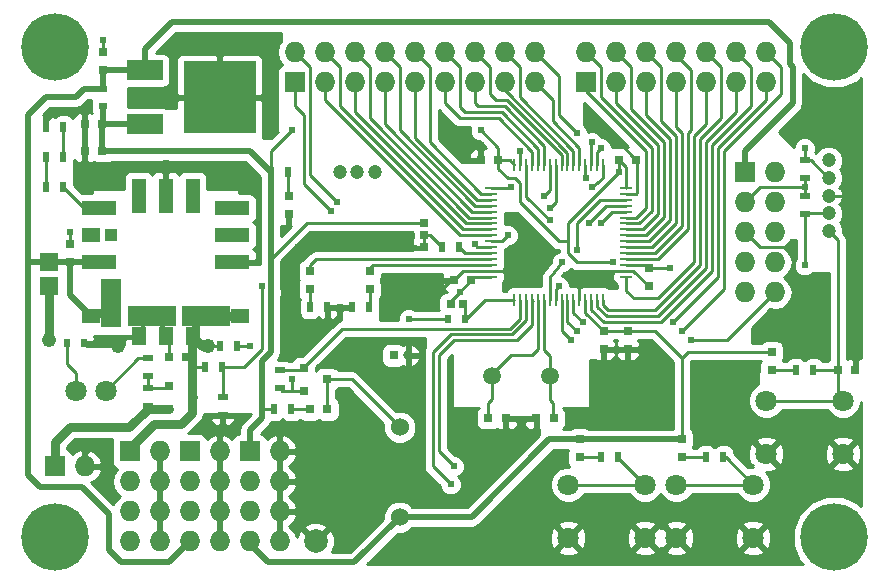
<source format=gtl>
G04 #@! TF.FileFunction,Copper,L1,Top,Signal*
%FSLAX46Y46*%
G04 Gerber Fmt 4.6, Leading zero omitted, Abs format (unit mm)*
G04 Created by KiCad (PCBNEW 4.0.2-4+6225~38~ubuntu14.04.1-stable) date 2016年05月02日 21時32分02秒*
%MOMM*%
G01*
G04 APERTURE LIST*
%ADD10C,0.101600*%
%ADD11R,0.800000X0.750000*%
%ADD12R,0.750000X0.800000*%
%ADD13R,0.600000X0.700000*%
%ADD14R,0.700000X0.600000*%
%ADD15R,0.797560X0.797560*%
%ADD16R,0.800100X0.800100*%
%ADD17R,0.900000X0.500000*%
%ADD18R,0.500000X0.900000*%
%ADD19C,1.501140*%
%ADD20R,3.048000X1.651000*%
%ADD21R,6.096000X6.096000*%
%ADD22R,0.800000X0.800000*%
%ADD23O,0.800000X0.800000*%
%ADD24R,1.524000X1.524000*%
%ADD25C,1.524000*%
%ADD26C,1.800000*%
%ADD27C,1.998980*%
%ADD28R,1.727200X1.727200*%
%ADD29O,1.727200X1.727200*%
%ADD30R,0.250000X1.000000*%
%ADD31R,1.000000X0.250000*%
%ADD32R,3.000000X1.200000*%
%ADD33R,1.630000X1.200000*%
%ADD34R,4.070000X1.770000*%
%ADD35R,1.200000X1.630000*%
%ADD36R,1.770000X4.070000*%
%ADD37R,1.500000X1.200000*%
%ADD38R,1.000000X1.000000*%
%ADD39R,1.200000X3.000000*%
%ADD40C,5.700000*%
%ADD41C,1.200000*%
%ADD42R,0.635000X0.635000*%
%ADD43C,1.219200*%
%ADD44C,0.609600*%
%ADD45C,0.254000*%
%ADD46C,0.762000*%
%ADD47C,0.508000*%
%ADD48C,0.250000*%
%ADD49C,0.750000*%
G04 APERTURE END LIST*
D10*
D11*
X61964000Y-76581000D03*
X60464000Y-76581000D03*
D12*
X54864000Y-52312000D03*
X54864000Y-50812000D03*
D11*
X54852000Y-56896000D03*
X53352000Y-56896000D03*
X98564000Y-59944000D03*
X100064000Y-59944000D03*
X88380000Y-59944000D03*
X86880000Y-59944000D03*
X86094000Y-70104000D03*
X84594000Y-70104000D03*
D12*
X101092000Y-69100000D03*
X101092000Y-70600000D03*
X99314000Y-74434000D03*
X99314000Y-75934000D03*
X97282000Y-74434000D03*
X97282000Y-75934000D03*
D11*
X117106000Y-77724000D03*
X118606000Y-77724000D03*
X91579000Y-81788000D03*
X93079000Y-81788000D03*
X89015000Y-81788000D03*
X87515000Y-81788000D03*
D13*
X51878000Y-75438000D03*
X53278000Y-75438000D03*
D14*
X54864000Y-55310000D03*
X54864000Y-53910000D03*
D15*
X70612000Y-63004700D03*
X70612000Y-64503300D03*
X72390000Y-69354700D03*
X72390000Y-70853300D03*
X77470000Y-69354700D03*
X77470000Y-70853300D03*
X72402700Y-81026000D03*
X73901300Y-81026000D03*
X95250000Y-83578700D03*
X95250000Y-85077300D03*
X103886000Y-83578700D03*
X103886000Y-85077300D03*
D16*
X60467240Y-79060000D03*
X60467240Y-80960000D03*
X62466220Y-80010000D03*
X71897240Y-77536000D03*
X71897240Y-79436000D03*
X73896220Y-78486000D03*
D17*
X58674000Y-79260000D03*
X58674000Y-80760000D03*
X58674000Y-76720000D03*
X58674000Y-78220000D03*
D18*
X64782000Y-75692000D03*
X66282000Y-75692000D03*
X51550000Y-62230000D03*
X50050000Y-62230000D03*
X50050000Y-59690000D03*
X51550000Y-59690000D03*
X51550000Y-57150000D03*
X50050000Y-57150000D03*
X63512000Y-77470000D03*
X65012000Y-77470000D03*
D17*
X65024000Y-80022000D03*
X65024000Y-81522000D03*
D18*
X69100000Y-60960000D03*
X70600000Y-60960000D03*
X83578000Y-67310000D03*
X85078000Y-67310000D03*
D17*
X114300000Y-61456000D03*
X114300000Y-59956000D03*
X114300000Y-63004000D03*
X114300000Y-64504000D03*
D18*
X72402000Y-72390000D03*
X73902000Y-72390000D03*
X77458000Y-72390000D03*
X75958000Y-72390000D03*
X69354000Y-81026000D03*
X70854000Y-81026000D03*
D17*
X69850000Y-77736000D03*
X69850000Y-79236000D03*
D18*
X97040000Y-85090000D03*
X98540000Y-85090000D03*
X105930000Y-85090000D03*
X107430000Y-85090000D03*
X113550000Y-77724000D03*
X115050000Y-77724000D03*
D19*
X87856060Y-78232000D03*
X92737940Y-78232000D03*
D20*
X58420000Y-52324000D03*
D21*
X64770000Y-54610000D03*
D20*
X58420000Y-56896000D03*
D22*
X79502000Y-76454000D03*
D23*
X80752000Y-76454000D03*
D12*
X52070000Y-68568000D03*
X52070000Y-67068000D03*
D11*
X54852000Y-59182000D03*
X53352000Y-59182000D03*
D24*
X50292000Y-70612000D03*
X50292000Y-68580000D03*
D25*
X80010000Y-90160000D03*
X80010000Y-82560000D03*
D26*
X52578000Y-79502000D03*
X55118000Y-79502000D03*
X94286000Y-91912000D03*
X100786000Y-91912000D03*
X94286000Y-87412000D03*
X100786000Y-87412000D03*
X103430000Y-91912000D03*
X109930000Y-91912000D03*
X103430000Y-87412000D03*
X109930000Y-87412000D03*
X111050000Y-84800000D03*
X117550000Y-84800000D03*
X111050000Y-80300000D03*
X117550000Y-80300000D03*
D15*
X111506000Y-76212700D03*
X111506000Y-77711300D03*
D13*
X84136000Y-73406000D03*
X85536000Y-73406000D03*
D27*
X72898000Y-92202000D03*
D28*
X109220000Y-60960000D03*
D29*
X111760000Y-60960000D03*
X109220000Y-63500000D03*
X111760000Y-63500000D03*
X109220000Y-66040000D03*
X111760000Y-66040000D03*
X109220000Y-68580000D03*
X111760000Y-68580000D03*
X109220000Y-71120000D03*
X111760000Y-71120000D03*
D30*
X89722000Y-71740000D03*
X90222000Y-71740000D03*
X90722000Y-71740000D03*
X91222000Y-71740000D03*
X91722000Y-71740000D03*
X92222000Y-71740000D03*
X92722000Y-71740000D03*
X93222000Y-71740000D03*
X93722000Y-71740000D03*
X94222000Y-71740000D03*
X94722000Y-71740000D03*
X95222000Y-71740000D03*
X95722000Y-71740000D03*
X96222000Y-71740000D03*
X96722000Y-71740000D03*
X97222000Y-71740000D03*
D31*
X99172000Y-69790000D03*
X99172000Y-69290000D03*
X99172000Y-68790000D03*
X99172000Y-68290000D03*
X99172000Y-67790000D03*
X99172000Y-67290000D03*
X99172000Y-66790000D03*
X99172000Y-66290000D03*
X99172000Y-65790000D03*
X99172000Y-65290000D03*
X99172000Y-64790000D03*
X99172000Y-64290000D03*
X99172000Y-63790000D03*
X99172000Y-63290000D03*
X99172000Y-62790000D03*
X99172000Y-62290000D03*
D30*
X97222000Y-60340000D03*
X96722000Y-60340000D03*
X96222000Y-60340000D03*
X95722000Y-60340000D03*
X95222000Y-60340000D03*
X94722000Y-60340000D03*
X94222000Y-60340000D03*
X93722000Y-60340000D03*
X93222000Y-60340000D03*
X92722000Y-60340000D03*
X92222000Y-60340000D03*
X91722000Y-60340000D03*
X91222000Y-60340000D03*
X90722000Y-60340000D03*
X90222000Y-60340000D03*
X89722000Y-60340000D03*
D31*
X87772000Y-62290000D03*
X87772000Y-62790000D03*
X87772000Y-63290000D03*
X87772000Y-63790000D03*
X87772000Y-64290000D03*
X87772000Y-64790000D03*
X87772000Y-65290000D03*
X87772000Y-65790000D03*
X87772000Y-66290000D03*
X87772000Y-66790000D03*
X87772000Y-67290000D03*
X87772000Y-67790000D03*
X87772000Y-68290000D03*
X87772000Y-68790000D03*
X87772000Y-69290000D03*
X87772000Y-69790000D03*
D28*
X57150000Y-84582000D03*
D29*
X59690000Y-84582000D03*
X57150000Y-87122000D03*
X59690000Y-87122000D03*
X57150000Y-89662000D03*
X59690000Y-89662000D03*
X57150000Y-92202000D03*
X59690000Y-92202000D03*
D28*
X62230000Y-84582000D03*
D29*
X64770000Y-84582000D03*
X62230000Y-87122000D03*
X64770000Y-87122000D03*
X62230000Y-89662000D03*
X64770000Y-89662000D03*
X62230000Y-92202000D03*
X64770000Y-92202000D03*
D28*
X67310000Y-84582000D03*
D29*
X69850000Y-84582000D03*
X67310000Y-87122000D03*
X69850000Y-87122000D03*
X67310000Y-89662000D03*
X69850000Y-89662000D03*
X67310000Y-92202000D03*
X69850000Y-92202000D03*
D28*
X71120000Y-53340000D03*
D29*
X71120000Y-50800000D03*
X73660000Y-53340000D03*
X73660000Y-50800000D03*
X76200000Y-53340000D03*
X76200000Y-50800000D03*
X78740000Y-53340000D03*
X78740000Y-50800000D03*
X81280000Y-53340000D03*
X81280000Y-50800000D03*
X83820000Y-53340000D03*
X83820000Y-50800000D03*
X86360000Y-53340000D03*
X86360000Y-50800000D03*
X88900000Y-53340000D03*
X88900000Y-50800000D03*
X91440000Y-53340000D03*
X91440000Y-50800000D03*
D28*
X95758000Y-53340000D03*
D29*
X95758000Y-50800000D03*
X98298000Y-53340000D03*
X98298000Y-50800000D03*
X100838000Y-53340000D03*
X100838000Y-50800000D03*
X103378000Y-53340000D03*
X103378000Y-50800000D03*
X105918000Y-53340000D03*
X105918000Y-50800000D03*
X108458000Y-53340000D03*
X108458000Y-50800000D03*
X110998000Y-53340000D03*
X110998000Y-50800000D03*
D28*
X50800000Y-85852000D03*
D29*
X53340000Y-85852000D03*
D32*
X65798000Y-64000000D03*
X65798000Y-66290000D03*
X65798000Y-68580000D03*
D33*
X66483000Y-73160000D03*
D34*
X63633000Y-73160000D03*
D35*
X62488000Y-74860000D03*
D34*
X59053000Y-73160000D03*
D35*
X60198000Y-74860000D03*
X57908000Y-74860000D03*
D36*
X55613000Y-72015000D03*
D33*
X53913000Y-73160000D03*
D32*
X54598000Y-68580000D03*
D37*
X53848000Y-66290000D03*
D38*
X55598000Y-66290000D03*
D32*
X54598000Y-64000000D03*
D39*
X62488000Y-62980000D03*
X60198000Y-62980000D03*
X57908000Y-62980000D03*
D40*
X50820000Y-91870000D03*
X116820000Y-91870000D03*
X116820000Y-50370000D03*
X50820000Y-50370000D03*
D41*
X116332000Y-59944000D03*
X116332000Y-61444000D03*
X116332000Y-62944000D03*
X116332000Y-64444000D03*
X116332000Y-65944000D03*
X74930000Y-60960000D03*
X76430000Y-60960000D03*
X77930000Y-60960000D03*
D42*
X82042000Y-67310000D03*
X82042000Y-66294000D03*
X82042000Y-65278000D03*
X84328000Y-72136000D03*
X85344000Y-72136000D03*
D43*
X63754000Y-75692000D03*
X50292000Y-75184000D03*
D44*
X85598000Y-92202000D03*
X66802000Y-61468000D03*
X118618000Y-57658000D03*
X118618000Y-69342000D03*
X98298000Y-77470000D03*
X84328000Y-80010000D03*
X84328000Y-77216000D03*
X85090000Y-82550000D03*
X83820000Y-56642000D03*
X94742000Y-81788000D03*
X106680000Y-80518000D03*
X113792000Y-56896000D03*
X89916000Y-88138000D03*
X50800000Y-55880000D03*
X92710000Y-67564000D03*
X90678000Y-70358000D03*
X75946000Y-66294000D03*
X70358000Y-73660000D03*
X55372000Y-88392000D03*
X54356000Y-83820000D03*
X115316000Y-54356000D03*
X102743000Y-77978000D03*
X69088000Y-50038000D03*
X64516000Y-50038000D03*
X60706000Y-50292000D03*
X102743000Y-82296000D03*
X113030000Y-67310000D03*
X115824000Y-69850000D03*
X115824000Y-74676000D03*
X86868000Y-58674000D03*
X75438000Y-84582000D03*
X81788000Y-88392000D03*
X89662000Y-64770000D03*
X109982000Y-77470000D03*
X74930000Y-76454000D03*
X95222000Y-70104000D03*
X93726000Y-85090000D03*
X58420000Y-54610000D03*
X69088000Y-57277000D03*
D43*
X56134000Y-75692000D03*
D44*
X67310000Y-75692000D03*
X68072000Y-67310000D03*
X69088000Y-54610000D03*
X90678000Y-68326000D03*
X70866000Y-78486000D03*
X53340000Y-55626000D03*
X54864000Y-49784000D03*
X52070000Y-66040000D03*
X99314000Y-80772000D03*
X64770000Y-82804000D03*
X90424000Y-83312000D03*
X118618000Y-74676000D03*
X53340000Y-60452000D03*
X70104000Y-66040000D03*
X72390000Y-75692000D03*
X71374000Y-67310000D03*
X80010000Y-67310000D03*
X82042000Y-72390000D03*
X74930000Y-72390000D03*
X90170000Y-59182000D03*
X110490000Y-74676000D03*
X96266000Y-56134000D03*
X60198000Y-60198000D03*
X114300000Y-62230000D03*
X70866000Y-57404000D03*
X86868000Y-57404000D03*
X85090000Y-71120000D03*
X69088000Y-71120000D03*
X102870000Y-69088000D03*
X98044000Y-68580000D03*
X98552000Y-60960000D03*
X93726000Y-68580000D03*
X80772000Y-73406000D03*
X89408000Y-62230000D03*
X114300000Y-58928000D03*
X114300000Y-68834000D03*
X92710000Y-65024000D03*
X92710000Y-64008000D03*
X92202000Y-62992000D03*
X97028000Y-58928000D03*
X95758000Y-61468000D03*
X96266000Y-58420000D03*
X96012000Y-65278000D03*
X96266000Y-62230000D03*
X94996000Y-67564000D03*
X104648000Y-75184000D03*
X94488000Y-75184000D03*
X74168000Y-64262000D03*
X86360000Y-67056000D03*
X74676000Y-63500000D03*
X89154000Y-66294000D03*
X94996000Y-57658000D03*
X97028000Y-65278000D03*
X95504000Y-73660000D03*
X103124000Y-73660000D03*
X103886000Y-74422000D03*
X94996000Y-74422000D03*
X68326000Y-70612000D03*
X93472000Y-70612000D03*
X84328000Y-87376000D03*
X84582000Y-85852000D03*
D45*
X63512000Y-77470000D02*
X62466220Y-77470000D01*
X61964000Y-76581000D02*
X62466220Y-76581000D01*
D46*
X62466220Y-80010000D02*
X62466220Y-77470000D01*
X62466220Y-77470000D02*
X62466220Y-76581000D01*
X62466220Y-76581000D02*
X62466220Y-74881780D01*
X62466220Y-74881780D02*
X62488000Y-74860000D01*
D45*
X64782000Y-75692000D02*
X63754000Y-75692000D01*
D46*
X63754000Y-75692000D02*
X63315000Y-75692000D01*
X63315000Y-75692000D02*
X62488000Y-74865000D01*
X66483000Y-73160000D02*
X63633000Y-73160000D01*
D47*
X62488000Y-74865000D02*
X62488000Y-74305000D01*
X62488000Y-74305000D02*
X63633000Y-73160000D01*
D46*
X50292000Y-75184000D02*
X50292000Y-70612000D01*
X57150000Y-84582000D02*
X57150000Y-84334054D01*
X57150000Y-84334054D02*
X59188054Y-82296000D01*
X59188054Y-82296000D02*
X61468000Y-82296000D01*
X61468000Y-82296000D02*
X62466220Y-81297780D01*
X62466220Y-81297780D02*
X62466220Y-80010000D01*
X62488000Y-79988220D02*
X62466220Y-80010000D01*
D45*
X118618000Y-62484000D02*
X118618000Y-57658000D01*
X118110000Y-62992000D02*
X118618000Y-62484000D01*
X116332000Y-62992000D02*
X118110000Y-62992000D01*
X99314000Y-77966000D02*
X98794000Y-77966000D01*
X98794000Y-77966000D02*
X98298000Y-77470000D01*
X84328000Y-81788000D02*
X84328000Y-80010000D01*
X84328000Y-80010000D02*
X84328000Y-77216000D01*
X85090000Y-82550000D02*
X84328000Y-81788000D01*
X84074000Y-56642000D02*
X83820000Y-56642000D01*
X99172000Y-69290000D02*
X99782000Y-69290000D01*
X99782000Y-69290000D02*
X101092000Y-70600000D01*
X99314000Y-80772000D02*
X97028000Y-80772000D01*
X96012000Y-81788000D02*
X94742000Y-81788000D01*
X97028000Y-80772000D02*
X96012000Y-81788000D01*
X99314000Y-75934000D02*
X99314000Y-77966000D01*
X97282000Y-75934000D02*
X99314000Y-75934000D01*
X60464000Y-76581000D02*
X60464000Y-75126000D01*
X60464000Y-75126000D02*
X60198000Y-74860000D01*
X111050000Y-84800000D02*
X110962000Y-84800000D01*
X110962000Y-84800000D02*
X106680000Y-80518000D01*
X90678000Y-68326000D02*
X90678000Y-70358000D01*
X71374000Y-74676000D02*
X70358000Y-73660000D01*
X54356000Y-83820000D02*
X55372000Y-84836000D01*
X55372000Y-84836000D02*
X55372000Y-88392000D01*
X99314000Y-77966000D02*
X102731000Y-77966000D01*
X102731000Y-77966000D02*
X102743000Y-77978000D01*
X60706000Y-54610000D02*
X60706000Y-50292000D01*
X64516000Y-50038000D02*
X69088000Y-50038000D01*
X99314000Y-80772000D02*
X100838000Y-82296000D01*
X100838000Y-82296000D02*
X102743000Y-82296000D01*
X100064000Y-59944000D02*
X100064000Y-59932000D01*
X100064000Y-59932000D02*
X96266000Y-56134000D01*
X109220000Y-66040000D02*
X110490000Y-67310000D01*
X113030000Y-67310000D02*
X110490000Y-67310000D01*
X86868000Y-58674000D02*
X86106000Y-58674000D01*
X86106000Y-58674000D02*
X84074000Y-56642000D01*
X84074000Y-56642000D02*
X83566000Y-56134000D01*
X81788000Y-88392000D02*
X79248000Y-88392000D01*
X79248000Y-88392000D02*
X75438000Y-84582000D01*
X99172000Y-69290000D02*
X96036000Y-69290000D01*
X96036000Y-69290000D02*
X95222000Y-70104000D01*
X95222000Y-70104000D02*
X95222000Y-71740000D01*
X64770000Y-54610000D02*
X60706000Y-54610000D01*
X60706000Y-54610000D02*
X58420000Y-54610000D01*
X69088000Y-54610000D02*
X69088000Y-57277000D01*
X56961000Y-74865000D02*
X56134000Y-75692000D01*
X67310000Y-75692000D02*
X66282000Y-75692000D01*
X57908000Y-74865000D02*
X57908000Y-74305000D01*
X57908000Y-74305000D02*
X59053000Y-73160000D01*
X65798000Y-68580000D02*
X67818000Y-68580000D01*
X68072000Y-68326000D02*
X68072000Y-67310000D01*
X67818000Y-68580000D02*
X68072000Y-68326000D01*
X56134000Y-75692000D02*
X53532000Y-75692000D01*
X53532000Y-75692000D02*
X53278000Y-75438000D01*
X69088000Y-54610000D02*
X67564000Y-54610000D01*
X70866000Y-79436000D02*
X70866000Y-78486000D01*
X54864000Y-49784000D02*
X54864000Y-50812000D01*
X52070000Y-67068000D02*
X52070000Y-66040000D01*
X99314000Y-80772000D02*
X99314000Y-77966000D01*
X60198000Y-74865000D02*
X60198000Y-74305000D01*
X60198000Y-74305000D02*
X59053000Y-73160000D01*
X65024000Y-81522000D02*
X65024000Y-82550000D01*
X65024000Y-82550000D02*
X64770000Y-82804000D01*
X90424000Y-81788000D02*
X90424000Y-83312000D01*
X89015000Y-81788000D02*
X90424000Y-81788000D01*
X90424000Y-81788000D02*
X91579000Y-81788000D01*
X118606000Y-74688000D02*
X118606000Y-77724000D01*
X118606000Y-74688000D02*
X118618000Y-74676000D01*
X53340000Y-85852000D02*
X53340000Y-84836000D01*
X53340000Y-84836000D02*
X54356000Y-83820000D01*
X53352000Y-59182000D02*
X53352000Y-60440000D01*
X53340000Y-56884000D02*
X53340000Y-55626000D01*
X50050000Y-56630000D02*
X50800000Y-55880000D01*
X50800000Y-55880000D02*
X51054000Y-55626000D01*
X51054000Y-55626000D02*
X53340000Y-55626000D01*
X50050000Y-56630000D02*
X50050000Y-57150000D01*
X53340000Y-56884000D02*
X53352000Y-56896000D01*
X53352000Y-59182000D02*
X53352000Y-56896000D01*
X70612000Y-65532000D02*
X70104000Y-66040000D01*
X70612000Y-65532000D02*
X70612000Y-64503300D01*
X72390000Y-75692000D02*
X71374000Y-74676000D01*
X71374000Y-74676000D02*
X71374000Y-67310000D01*
X82042000Y-67310000D02*
X80010000Y-67310000D01*
X84594000Y-70104000D02*
X84328000Y-70104000D01*
X84328000Y-70104000D02*
X82042000Y-72390000D01*
X87772000Y-69290000D02*
X85408000Y-69290000D01*
X85408000Y-69290000D02*
X84594000Y-70104000D01*
X73902000Y-72390000D02*
X74930000Y-72390000D01*
X74930000Y-72390000D02*
X75958000Y-72390000D01*
X87772000Y-69290000D02*
X89714000Y-69290000D01*
X89714000Y-69290000D02*
X90678000Y-68326000D01*
X86880000Y-59944000D02*
X86880000Y-58686000D01*
X99172000Y-62790000D02*
X100024000Y-62790000D01*
X100076000Y-62738000D02*
X100076000Y-60210000D01*
X100024000Y-62790000D02*
X100076000Y-62738000D01*
X96266000Y-56134000D02*
X96266000Y-56146000D01*
X67564000Y-54610000D02*
X64770000Y-54610000D01*
X57908000Y-74865000D02*
X56961000Y-74865000D01*
X60198000Y-62980000D02*
X60198000Y-60198000D01*
X66802000Y-68580000D02*
X65798000Y-68580000D01*
X90222000Y-60340000D02*
X90222000Y-59234000D01*
X82042000Y-66294000D02*
X82562000Y-66294000D01*
X82562000Y-66294000D02*
X83578000Y-67310000D01*
X82042000Y-66294000D02*
X82042000Y-67310000D01*
X71897240Y-79436000D02*
X70866000Y-79436000D01*
X70866000Y-79436000D02*
X70050000Y-79436000D01*
X70050000Y-79436000D02*
X69850000Y-79236000D01*
D47*
X113030000Y-50038000D02*
X111252000Y-48260000D01*
X113030000Y-51816000D02*
X113284000Y-52070000D01*
X113284000Y-52070000D02*
X113284000Y-55118000D01*
X113284000Y-55118000D02*
X109220000Y-59182000D01*
X109220000Y-60960000D02*
X109220000Y-59182000D01*
X113030000Y-50038000D02*
X113030000Y-51816000D01*
X58420000Y-50546000D02*
X60706000Y-48260000D01*
X58420000Y-50546000D02*
X58420000Y-52324000D01*
X111252000Y-48260000D02*
X60706000Y-48260000D01*
X54468000Y-73160000D02*
X55613000Y-72015000D01*
X48514000Y-56134000D02*
X50038000Y-54610000D01*
X48514000Y-68580000D02*
X48514000Y-56134000D01*
X53278000Y-53910000D02*
X54864000Y-53910000D01*
X52578000Y-54610000D02*
X53278000Y-53910000D01*
X50038000Y-54610000D02*
X52578000Y-54610000D01*
X53910000Y-73160000D02*
X54468000Y-73160000D01*
X52070000Y-68568000D02*
X52070000Y-71320000D01*
X52070000Y-71320000D02*
X53910000Y-73160000D01*
X50292000Y-68580000D02*
X52058000Y-68580000D01*
X52058000Y-68580000D02*
X54598000Y-68580000D01*
X53086000Y-87630000D02*
X49530000Y-87630000D01*
X56388000Y-93980000D02*
X60452000Y-93980000D01*
X55372000Y-92964000D02*
X56388000Y-93980000D01*
X55372000Y-89916000D02*
X55372000Y-92964000D01*
X53086000Y-87630000D02*
X55372000Y-89916000D01*
X62230000Y-92202000D02*
X60452000Y-93980000D01*
X48514000Y-86614000D02*
X48514000Y-68580000D01*
X49530000Y-87630000D02*
X48514000Y-86614000D01*
X50292000Y-68580000D02*
X48514000Y-68580000D01*
X54864000Y-53910000D02*
X54864000Y-52312000D01*
X54864000Y-52312000D02*
X58408000Y-52312000D01*
X58408000Y-52312000D02*
X58420000Y-52324000D01*
X54814000Y-53860000D02*
X54864000Y-53910000D01*
D45*
X86868000Y-57404000D02*
X88380000Y-58916000D01*
X88380000Y-59944000D02*
X88380000Y-58916000D01*
X69088000Y-59182000D02*
X70866000Y-57404000D01*
X69088000Y-59182000D02*
X69100000Y-60960000D01*
X99172000Y-68790000D02*
X100782000Y-68790000D01*
X100782000Y-68790000D02*
X101092000Y-69100000D01*
X103886000Y-76708000D02*
X104394000Y-76200000D01*
X99314000Y-74434000D02*
X101612000Y-74434000D01*
X101612000Y-74434000D02*
X103886000Y-76708000D01*
X97282000Y-74434000D02*
X99314000Y-74434000D01*
X98564000Y-59944000D02*
X98564000Y-60948000D01*
X98564000Y-60948000D02*
X98552000Y-60960000D01*
X99172000Y-62290000D02*
X99172000Y-60552000D01*
X99172000Y-60552000D02*
X98564000Y-59944000D01*
X69100000Y-68314000D02*
X72136000Y-65278000D01*
X72136000Y-65278000D02*
X82042000Y-65278000D01*
X69100000Y-71120000D02*
X69088000Y-71120000D01*
X87772000Y-69790000D02*
X86408000Y-69790000D01*
X86408000Y-69790000D02*
X86094000Y-70104000D01*
X85090000Y-71120000D02*
X85090000Y-71108000D01*
X85090000Y-71108000D02*
X86094000Y-70104000D01*
X94996000Y-68580000D02*
X98044000Y-68580000D01*
X94234000Y-67818000D02*
X94996000Y-68580000D01*
X94234000Y-66802000D02*
X94234000Y-67818000D01*
X102858000Y-69100000D02*
X101092000Y-69088000D01*
X102870000Y-69088000D02*
X102858000Y-69100000D01*
X84328000Y-72136000D02*
X84328000Y-71882000D01*
X84328000Y-71882000D02*
X85090000Y-71120000D01*
D47*
X54852000Y-59182000D02*
X67322000Y-59182000D01*
X67322000Y-59182000D02*
X69100000Y-60960000D01*
X54852000Y-56896000D02*
X54852000Y-59182000D01*
D45*
X69100000Y-72378000D02*
X69100000Y-72390000D01*
X94234000Y-66802000D02*
X94234000Y-65278000D01*
X94234000Y-65278000D02*
X98552000Y-60960000D01*
X88380000Y-60694000D02*
X89154000Y-61468000D01*
X89154000Y-61468000D02*
X89756798Y-61468000D01*
X89756798Y-61468000D02*
X90170000Y-61881202D01*
X90170000Y-61881202D02*
X90170000Y-63500000D01*
X90170000Y-63500000D02*
X93472000Y-66802000D01*
X93472000Y-66802000D02*
X94234000Y-66802000D01*
X88380000Y-59944000D02*
X88380000Y-60694000D01*
X69088000Y-60948000D02*
X69100000Y-60960000D01*
X69354000Y-81026000D02*
X68326000Y-81026000D01*
X88380000Y-59944000D02*
X89326000Y-59944000D01*
X89326000Y-59944000D02*
X89722000Y-60340000D01*
X114300000Y-62230000D02*
X114300000Y-63004000D01*
X109220000Y-63500000D02*
X110490000Y-62230000D01*
X110490000Y-62230000D02*
X114300000Y-62230000D01*
X114300000Y-62230000D02*
X114300000Y-61456000D01*
X95722000Y-71740000D02*
X95722000Y-72862000D01*
X95722000Y-72862000D02*
X97282000Y-74422000D01*
X103886000Y-83578700D02*
X103886000Y-76708000D01*
X104394000Y-76200000D02*
X111506000Y-76212700D01*
X86154000Y-70044000D02*
X86094000Y-70104000D01*
D47*
X67310000Y-84582000D02*
X67310000Y-82804000D01*
X69100000Y-76188000D02*
X68326000Y-76962000D01*
X69100000Y-76188000D02*
X69100000Y-72390000D01*
X69100000Y-72390000D02*
X69100000Y-71120000D01*
X69100000Y-71120000D02*
X69100000Y-68314000D01*
X69100000Y-68314000D02*
X69100000Y-60960000D01*
X68326000Y-81788000D02*
X68326000Y-81026000D01*
X68326000Y-81026000D02*
X68326000Y-76962000D01*
X67310000Y-82804000D02*
X68326000Y-81788000D01*
X67310000Y-92456000D02*
X68834000Y-93980000D01*
X76190000Y-93980000D02*
X80010000Y-90160000D01*
X68834000Y-93980000D02*
X76190000Y-93980000D01*
X86116000Y-90160000D02*
X80010000Y-90160000D01*
X69100000Y-60960000D02*
X69088000Y-60960000D01*
X54864000Y-55310000D02*
X54864000Y-56884000D01*
X54864000Y-56884000D02*
X54852000Y-56896000D01*
X55106000Y-56896000D02*
X58420000Y-56896000D01*
X92697300Y-83578700D02*
X86116000Y-90160000D01*
X94996000Y-83578700D02*
X92697300Y-83578700D01*
X94996000Y-83578700D02*
X103886000Y-83578700D01*
D45*
X117106000Y-77724000D02*
X117106000Y-66718000D01*
X117106000Y-66718000D02*
X116332000Y-65944000D01*
X117106000Y-77724000D02*
X117106000Y-79856000D01*
X117106000Y-79856000D02*
X117550000Y-80300000D01*
X92722000Y-69838000D02*
X93726000Y-68580000D01*
X92722000Y-71740000D02*
X92722000Y-69838000D01*
X111050000Y-80300000D02*
X117550000Y-80300000D01*
X117106000Y-77724000D02*
X115050000Y-77724000D01*
X117106000Y-79856000D02*
X117550000Y-80300000D01*
X92710000Y-71728000D02*
X92722000Y-71740000D01*
X117550000Y-80300000D02*
X117550000Y-80224000D01*
X92222000Y-71740000D02*
X92222000Y-75966000D01*
X92737940Y-76481940D02*
X92737940Y-78232000D01*
X92222000Y-75966000D02*
X92737940Y-76481940D01*
X92737940Y-78232000D02*
X92737940Y-80236060D01*
X92737940Y-80236060D02*
X93019880Y-80518000D01*
X93019880Y-80518000D02*
X93019880Y-81728880D01*
X93019880Y-81728880D02*
X93079000Y-81788000D01*
X92229940Y-71747940D02*
X92222000Y-71740000D01*
X91722000Y-75918000D02*
X91186000Y-76454000D01*
X91722000Y-71740000D02*
X91722000Y-75918000D01*
X89408000Y-76454000D02*
X87856060Y-78005940D01*
X91186000Y-76454000D02*
X89408000Y-76454000D01*
X87856060Y-78005940D02*
X87856060Y-78232000D01*
X87856060Y-78232000D02*
X87856060Y-80164940D01*
X87515000Y-80506000D02*
X87515000Y-81788000D01*
X87856060Y-80164940D02*
X87515000Y-80506000D01*
D48*
X87856060Y-78232000D02*
X87856060Y-78210938D01*
X87503000Y-81776000D02*
X87515000Y-81788000D01*
D45*
X85536000Y-73406000D02*
X85598000Y-73406000D01*
X85598000Y-73406000D02*
X87264000Y-71740000D01*
X85536000Y-73406000D02*
X85536000Y-72328000D01*
X85536000Y-72328000D02*
X85344000Y-72136000D01*
X87264000Y-71740000D02*
X89722000Y-71740000D01*
X84136000Y-73406000D02*
X80772000Y-73406000D01*
X87772000Y-68290000D02*
X72934000Y-68290000D01*
X72891202Y-68332798D02*
X72390000Y-68834000D01*
X72390000Y-69100700D02*
X72390000Y-68834000D01*
X87772000Y-68790000D02*
X77780700Y-68790000D01*
X77780700Y-68790000D02*
X77470000Y-69100700D01*
X72390000Y-70599300D02*
X72390000Y-72378000D01*
X72390000Y-72378000D02*
X72402000Y-72390000D01*
X77470000Y-70599300D02*
X77470000Y-72378000D01*
X77470000Y-72378000D02*
X77458000Y-72390000D01*
X73901300Y-81026000D02*
X73901300Y-78491080D01*
X73901300Y-78491080D02*
X73896220Y-78486000D01*
X75933300Y-78486000D02*
X75946000Y-78473300D01*
X80010000Y-82537300D02*
X75946000Y-78473300D01*
X73896220Y-78486000D02*
X75933300Y-78486000D01*
X80010000Y-82560000D02*
X80010000Y-82537300D01*
X97040000Y-85090000D02*
X95008700Y-85090000D01*
X95008700Y-85090000D02*
X94996000Y-85077300D01*
X105930000Y-85090000D02*
X103898700Y-85090000D01*
X103898700Y-85090000D02*
X103886000Y-85077300D01*
D46*
X50800000Y-85852000D02*
X50800000Y-83820000D01*
X50800000Y-83820000D02*
X52070000Y-82550000D01*
X52070000Y-82550000D02*
X57138000Y-82550000D01*
D45*
X58674000Y-80760000D02*
X58674000Y-81014000D01*
D46*
X60413240Y-81014000D02*
X60467240Y-80960000D01*
D49*
X60413240Y-81014000D02*
X60467240Y-80960000D01*
D46*
X58674000Y-81014000D02*
X60413240Y-81014000D01*
X57138000Y-82550000D02*
X58674000Y-81014000D01*
D45*
X116308000Y-61444000D02*
X114820000Y-59956000D01*
X114820000Y-59956000D02*
X114300000Y-59956000D01*
X87772000Y-62290000D02*
X89348000Y-62290000D01*
X89348000Y-62290000D02*
X89408000Y-62230000D01*
X114300000Y-58928000D02*
X114300000Y-59956000D01*
X116332000Y-64444000D02*
X114360000Y-64444000D01*
X114360000Y-64444000D02*
X114300000Y-64504000D01*
X114312000Y-64516000D02*
X114300000Y-64504000D01*
X90722000Y-60340000D02*
X90722000Y-63036000D01*
X114300000Y-68834000D02*
X114300000Y-64504000D01*
X90722000Y-63036000D02*
X92710000Y-65024000D01*
X93222000Y-63496000D02*
X93222000Y-60340000D01*
X92710000Y-64008000D02*
X93222000Y-63496000D01*
X92722000Y-60340000D02*
X92722000Y-62472000D01*
X92722000Y-62472000D02*
X92202000Y-62992000D01*
X96722000Y-59234000D02*
X97028000Y-58928000D01*
X96722000Y-60340000D02*
X96722000Y-59234000D01*
X95722000Y-61432000D02*
X95722000Y-60340000D01*
X95758000Y-61468000D02*
X95722000Y-61432000D01*
X96222000Y-60340000D02*
X96222000Y-58464000D01*
X96222000Y-58464000D02*
X96266000Y-58420000D01*
X97500000Y-63790000D02*
X96012000Y-65278000D01*
X97500000Y-63790000D02*
X99172000Y-63790000D01*
X97222000Y-61408000D02*
X97222000Y-60340000D01*
X97222000Y-61408000D02*
X96266000Y-62230000D01*
X94996000Y-65278000D02*
X96984000Y-63290000D01*
X94996000Y-67564000D02*
X94996000Y-65278000D01*
X99172000Y-63290000D02*
X96984000Y-63290000D01*
X111760000Y-71120000D02*
X107696000Y-75184000D01*
X93722000Y-74418000D02*
X94488000Y-75184000D01*
X104648000Y-75184000D02*
X107696000Y-75184000D01*
X93722000Y-74418000D02*
X93722000Y-71740000D01*
X87772000Y-67290000D02*
X86594000Y-67290000D01*
X71120000Y-55372000D02*
X71120000Y-53340000D01*
X71882000Y-56134000D02*
X71120000Y-55372000D01*
X71882000Y-61976000D02*
X71882000Y-56134000D01*
X74168000Y-64262000D02*
X71882000Y-61976000D01*
X86594000Y-67290000D02*
X86360000Y-67056000D01*
X87772000Y-66790000D02*
X88658000Y-66790000D01*
X72390000Y-52070000D02*
X71120000Y-50800000D01*
X72390000Y-61214000D02*
X72390000Y-52070000D01*
X74676000Y-63500000D02*
X72390000Y-61214000D01*
X88658000Y-66790000D02*
X89154000Y-66294000D01*
X73660000Y-53340000D02*
X73660000Y-54864000D01*
X85086000Y-66290000D02*
X87772000Y-66290000D01*
X73660000Y-54864000D02*
X85086000Y-66290000D01*
X87772000Y-65790000D02*
X85348000Y-65790000D01*
X74930000Y-52070000D02*
X73660000Y-50800000D01*
X74930000Y-55372000D02*
X74930000Y-52070000D01*
X85348000Y-65790000D02*
X74930000Y-55372000D01*
X87772000Y-65290000D02*
X85610000Y-65290000D01*
X76200000Y-55880000D02*
X76200000Y-53340000D01*
X85610000Y-65290000D02*
X76200000Y-55880000D01*
X87772000Y-64790000D02*
X85872000Y-64790000D01*
X77470000Y-52070000D02*
X76200000Y-50800000D01*
X77470000Y-56388000D02*
X77470000Y-52070000D01*
X85872000Y-64790000D02*
X77470000Y-56388000D01*
X87772000Y-64290000D02*
X86134000Y-64290000D01*
X78740000Y-56896000D02*
X78740000Y-53340000D01*
X86134000Y-64290000D02*
X78740000Y-56896000D01*
X87772000Y-63790000D02*
X86396000Y-63790000D01*
X80010000Y-52070000D02*
X78740000Y-50800000D01*
X80010000Y-57404000D02*
X80010000Y-52070000D01*
X86396000Y-63790000D02*
X80010000Y-57404000D01*
X87772000Y-63290000D02*
X86542582Y-63290000D01*
X81280000Y-58027418D02*
X81280000Y-53340000D01*
X86542582Y-63290000D02*
X81280000Y-58027418D01*
X87772000Y-62790000D02*
X86920000Y-62790000D01*
X82550000Y-52070000D02*
X81280000Y-50800000D01*
X82550000Y-58420000D02*
X82550000Y-52070000D01*
X86920000Y-62790000D02*
X82550000Y-58420000D01*
X83820000Y-53340000D02*
X83820000Y-55118000D01*
X91222000Y-59218000D02*
X88392000Y-56388000D01*
X91222000Y-59218000D02*
X91222000Y-60340000D01*
X85090000Y-56388000D02*
X88392000Y-56388000D01*
X83820000Y-55118000D02*
X85090000Y-56388000D01*
X83820000Y-50800000D02*
X85090000Y-52070000D01*
X91722000Y-58956000D02*
X91722000Y-60340000D01*
X88646000Y-55880000D02*
X91722000Y-58956000D01*
X85547202Y-55880000D02*
X88646000Y-55880000D01*
X85090000Y-55422798D02*
X85547202Y-55880000D01*
X85090000Y-52070000D02*
X85090000Y-55422798D01*
X92222000Y-60340000D02*
X92222000Y-58694000D01*
X86360000Y-55118000D02*
X86360000Y-53340000D01*
X86614000Y-55372000D02*
X86360000Y-55118000D01*
X88900000Y-55372000D02*
X86614000Y-55372000D01*
X92222000Y-58694000D02*
X88900000Y-55372000D01*
X93722000Y-60340000D02*
X93722000Y-59455164D01*
X87630000Y-52070000D02*
X86360000Y-50800000D01*
X87630000Y-54356000D02*
X87630000Y-52070000D01*
X88138000Y-54864000D02*
X87630000Y-54356000D01*
X89130836Y-54864000D02*
X88138000Y-54864000D01*
X93722000Y-59455164D02*
X89130836Y-54864000D01*
X94222000Y-60340000D02*
X94222000Y-59308582D01*
X94222000Y-59308582D02*
X88900000Y-53986582D01*
X88900000Y-53986582D02*
X88900000Y-53340000D01*
X94722000Y-60340000D02*
X94722000Y-59162000D01*
X90170000Y-52070000D02*
X88900000Y-50800000D01*
X90170000Y-54610000D02*
X90170000Y-52070000D01*
X94722000Y-59162000D02*
X90170000Y-54610000D01*
X95222000Y-60340000D02*
X95222000Y-58900000D01*
X92964000Y-54864000D02*
X91440000Y-53340000D01*
X92964000Y-56642000D02*
X92964000Y-54864000D01*
X95222000Y-58900000D02*
X92964000Y-56642000D01*
X99172000Y-64290000D02*
X98016000Y-64290000D01*
X93472000Y-56134000D02*
X93472000Y-52832000D01*
X93472000Y-52832000D02*
X91440000Y-50800000D01*
X94996000Y-57658000D02*
X93472000Y-56134000D01*
X98016000Y-64290000D02*
X97028000Y-65278000D01*
X100838000Y-59182000D02*
X95758000Y-54102000D01*
X100056000Y-64790000D02*
X100838000Y-64008000D01*
X100838000Y-59182000D02*
X100838000Y-64008000D01*
X99172000Y-64790000D02*
X100056000Y-64790000D01*
X95758000Y-54102000D02*
X95758000Y-53340000D01*
X98298000Y-55118000D02*
X101854000Y-58674000D01*
X98298000Y-55118000D02*
X98298000Y-53340000D01*
X101854000Y-58674000D02*
X101854000Y-64516000D01*
X100580000Y-65790000D02*
X101854000Y-64516000D01*
X99172000Y-65790000D02*
X100580000Y-65790000D01*
X99568000Y-55626000D02*
X99568000Y-52070000D01*
X99568000Y-52070000D02*
X98298000Y-50800000D01*
X102362000Y-58420000D02*
X99568000Y-55626000D01*
X102362000Y-64770000D02*
X102362000Y-58420000D01*
X100842000Y-66290000D02*
X102362000Y-64770000D01*
X100842000Y-66290000D02*
X99172000Y-66290000D01*
X102870000Y-65024000D02*
X102870000Y-58166000D01*
X102870000Y-65024000D02*
X101104000Y-66790000D01*
X99172000Y-66790000D02*
X101104000Y-66790000D01*
X100838000Y-56134000D02*
X100838000Y-53340000D01*
X100838000Y-56134000D02*
X102870000Y-58166000D01*
X102108000Y-52070000D02*
X102108000Y-56642000D01*
X102108000Y-52070000D02*
X100838000Y-50800000D01*
X102108000Y-56642000D02*
X103378000Y-57912000D01*
X103378000Y-57912000D02*
X103378000Y-65278000D01*
X103378000Y-65278000D02*
X101366000Y-67290000D01*
X101366000Y-67290000D02*
X99172000Y-67290000D01*
X103378000Y-53340000D02*
X103378000Y-57150000D01*
X103378000Y-57150000D02*
X103886000Y-57658000D01*
X103886002Y-57658702D02*
X103907709Y-65510291D01*
X99172000Y-67790000D02*
X101628000Y-67790000D01*
X101628000Y-67790000D02*
X103907709Y-65510291D01*
X104648000Y-52324000D02*
X104648000Y-57404000D01*
X103378000Y-51054000D02*
X104648000Y-52324000D01*
X104648000Y-57404000D02*
X104394000Y-57658000D01*
X103378000Y-50800000D02*
X103378000Y-51054000D01*
X99172000Y-68290000D02*
X101890000Y-68290000D01*
X104394000Y-65786000D02*
X101890000Y-68290000D01*
X104394000Y-57658000D02*
X104394000Y-65786000D01*
X105918000Y-53340000D02*
X105918000Y-56896000D01*
X99172000Y-70978000D02*
X99822000Y-71628000D01*
X99822000Y-71628000D02*
X101854000Y-71628000D01*
X101854000Y-71628000D02*
X104902000Y-68580000D01*
X99172000Y-70978000D02*
X99172000Y-69790000D01*
X104902000Y-57912000D02*
X104902000Y-68580000D01*
X105918000Y-56896000D02*
X104902000Y-57912000D01*
X107188000Y-56388000D02*
X105410000Y-58166000D01*
X97222000Y-72191418D02*
X97674582Y-72644000D01*
X107188000Y-52070000D02*
X105918000Y-50800000D01*
X107188000Y-56388000D02*
X107188000Y-52070000D01*
X101600000Y-72644000D02*
X97674582Y-72644000D01*
X105410000Y-68834000D02*
X101600000Y-72644000D01*
X105410000Y-58166000D02*
X105410000Y-68834000D01*
X97222000Y-72191418D02*
X97222000Y-71740000D01*
X101854000Y-73152000D02*
X97536000Y-73152000D01*
X96722000Y-72338000D02*
X96722000Y-71740000D01*
X97536000Y-73152000D02*
X96722000Y-72338000D01*
X105918000Y-58420000D02*
X105918000Y-69088000D01*
X108458000Y-55880000D02*
X105918000Y-58420000D01*
X108458000Y-53340000D02*
X108458000Y-55880000D01*
X105918000Y-69088000D02*
X101854000Y-73152000D01*
X109728000Y-52070000D02*
X108458000Y-50800000D01*
X96222000Y-71740000D02*
X96222000Y-72600000D01*
X106426000Y-58674000D02*
X109728000Y-55372000D01*
X109728000Y-55372000D02*
X109728000Y-52070000D01*
X106426000Y-69342000D02*
X106426000Y-58674000D01*
X102108000Y-73660000D02*
X106426000Y-69342000D01*
X97282000Y-73660000D02*
X102108000Y-73660000D01*
X96222000Y-72600000D02*
X97282000Y-73660000D01*
X94722000Y-71740000D02*
X94722000Y-72878000D01*
X94722000Y-72878000D02*
X95504000Y-73660000D01*
X106934000Y-69850000D02*
X106934000Y-58928000D01*
X106934000Y-58928000D02*
X110998000Y-54864000D01*
X110998000Y-54864000D02*
X110998000Y-53340000D01*
X106934000Y-69850000D02*
X103124000Y-73660000D01*
X112268000Y-52070000D02*
X110998000Y-50800000D01*
X94222000Y-71740000D02*
X94222000Y-73648000D01*
X107442000Y-70866000D02*
X103886000Y-74422000D01*
X112268000Y-54356000D02*
X112268000Y-52070000D01*
X107442000Y-59182000D02*
X112268000Y-54356000D01*
X107442000Y-70866000D02*
X107442000Y-59182000D01*
X94222000Y-73648000D02*
X94996000Y-74422000D01*
X58674000Y-79260000D02*
X60267240Y-79260000D01*
X60267240Y-79260000D02*
X60467240Y-79060000D01*
X58674000Y-79260000D02*
X58674000Y-78220000D01*
X90222000Y-71740000D02*
X90222000Y-73354000D01*
X90222000Y-73354000D02*
X89357202Y-74218798D01*
X71897240Y-77536000D02*
X71897240Y-77454760D01*
X71897240Y-77454760D02*
X75133202Y-74218798D01*
X75133202Y-74218798D02*
X89357202Y-74218798D01*
X69850000Y-77736000D02*
X71697240Y-77736000D01*
X71697240Y-77736000D02*
X71897240Y-77536000D01*
X54598000Y-64000000D02*
X53320000Y-64000000D01*
X53320000Y-64000000D02*
X51550000Y-62230000D01*
X50050000Y-62230000D02*
X50050000Y-59690000D01*
X51550000Y-59690000D02*
X51550000Y-57150000D01*
X65012000Y-77470000D02*
X66802000Y-77470000D01*
X68326000Y-75946000D02*
X68326000Y-70612000D01*
X66802000Y-77470000D02*
X68326000Y-75946000D01*
X93222000Y-70862000D02*
X93472000Y-70612000D01*
X93222000Y-70862000D02*
X93222000Y-71740000D01*
X65024000Y-80022000D02*
X65024000Y-77482000D01*
X65024000Y-77482000D02*
X65012000Y-77470000D01*
X65012000Y-79780000D02*
X64770000Y-80022000D01*
X87772000Y-67790000D02*
X85558000Y-67790000D01*
X85558000Y-67790000D02*
X85078000Y-67310000D01*
X82804000Y-76200000D02*
X82804000Y-85852000D01*
X90722000Y-73500582D02*
X89546582Y-74676000D01*
X89546582Y-74676000D02*
X84328000Y-74676000D01*
X84328000Y-74676000D02*
X82804000Y-76200000D01*
X90722000Y-73500582D02*
X90722000Y-71740000D01*
X82804000Y-85852000D02*
X84328000Y-87376000D01*
X98540000Y-85090000D02*
X98540000Y-85166000D01*
X98540000Y-85166000D02*
X100786000Y-87412000D01*
X94286000Y-87412000D02*
X100786000Y-87412000D01*
X84582000Y-85852000D02*
X83312000Y-84582000D01*
X91222000Y-73878000D02*
X89916000Y-75184000D01*
X89916000Y-75184000D02*
X84582000Y-75184000D01*
X83312000Y-84582000D02*
X83312000Y-76454000D01*
X83312000Y-76454000D02*
X84582000Y-75184000D01*
X91222000Y-73878000D02*
X91222000Y-71740000D01*
X107430000Y-85090000D02*
X107608000Y-85090000D01*
X107608000Y-85090000D02*
X109930000Y-87412000D01*
X103430000Y-87412000D02*
X109930000Y-87412000D01*
X91264798Y-71882000D02*
X91222000Y-71740000D01*
X95758000Y-50800000D02*
X97028000Y-52070000D01*
X100318000Y-65290000D02*
X99172000Y-65290000D01*
X100318000Y-65290000D02*
X101346000Y-64262000D01*
X101346000Y-64262000D02*
X101346000Y-58928000D01*
X101346000Y-58928000D02*
X97028000Y-54610000D01*
X97028000Y-52070000D02*
X97028000Y-54610000D01*
X52578000Y-79502000D02*
X52578000Y-77978000D01*
X51816000Y-77216000D02*
X51816000Y-75630000D01*
X52578000Y-77978000D02*
X51816000Y-77216000D01*
X70600000Y-62992700D02*
X70612000Y-63004700D01*
X70600000Y-60960000D02*
X70600000Y-62992700D01*
X72402700Y-81026000D02*
X70854000Y-81026000D01*
X111506000Y-77711300D02*
X113537300Y-77711300D01*
X113537300Y-77711300D02*
X113550000Y-77724000D01*
X58674000Y-76720000D02*
X57900000Y-76720000D01*
X57900000Y-76720000D02*
X55118000Y-79502000D01*
G36*
X110570643Y-76973031D02*
X110510789Y-77060630D01*
X110459780Y-77312520D01*
X110459780Y-77856686D01*
X110443841Y-77859685D01*
X110401447Y-77886965D01*
X110373006Y-77928590D01*
X110363000Y-77978000D01*
X110363000Y-78922991D01*
X110181629Y-78997932D01*
X109749449Y-79429357D01*
X109515267Y-79993330D01*
X109514735Y-80603991D01*
X109747932Y-81168371D01*
X110179357Y-81600551D01*
X110743330Y-81834733D01*
X111353991Y-81835265D01*
X111918371Y-81602068D01*
X112350551Y-81170643D01*
X112395664Y-81062000D01*
X116203980Y-81062000D01*
X116247932Y-81168371D01*
X116679357Y-81600551D01*
X117243330Y-81834733D01*
X117853991Y-81835265D01*
X118418371Y-81602068D01*
X118850551Y-81170643D01*
X119084733Y-80606670D01*
X119084921Y-80391000D01*
X119110000Y-80391000D01*
X119110000Y-89231160D01*
X118796671Y-88917284D01*
X117516251Y-88385606D01*
X116129832Y-88384397D01*
X114848485Y-88913838D01*
X113867284Y-89893329D01*
X113335606Y-91173749D01*
X113334397Y-92560168D01*
X113863838Y-93841515D01*
X114181768Y-94160000D01*
X77267236Y-94160000D01*
X78435077Y-92992159D01*
X93385446Y-92992159D01*
X93471852Y-93248643D01*
X94045336Y-93458458D01*
X94655460Y-93432839D01*
X95100148Y-93248643D01*
X95186554Y-92992159D01*
X99885446Y-92992159D01*
X99971852Y-93248643D01*
X100545336Y-93458458D01*
X101155460Y-93432839D01*
X101600148Y-93248643D01*
X101686554Y-92992159D01*
X102529446Y-92992159D01*
X102615852Y-93248643D01*
X103189336Y-93458458D01*
X103799460Y-93432839D01*
X104244148Y-93248643D01*
X104330554Y-92992159D01*
X109029446Y-92992159D01*
X109115852Y-93248643D01*
X109689336Y-93458458D01*
X110299460Y-93432839D01*
X110744148Y-93248643D01*
X110830554Y-92992159D01*
X109930000Y-92091605D01*
X109029446Y-92992159D01*
X104330554Y-92992159D01*
X103430000Y-92091605D01*
X102529446Y-92992159D01*
X101686554Y-92992159D01*
X100786000Y-92091605D01*
X99885446Y-92992159D01*
X95186554Y-92992159D01*
X94286000Y-92091605D01*
X93385446Y-92992159D01*
X78435077Y-92992159D01*
X79755900Y-91671336D01*
X92739542Y-91671336D01*
X92765161Y-92281460D01*
X92949357Y-92726148D01*
X93205841Y-92812554D01*
X94106395Y-91912000D01*
X94465605Y-91912000D01*
X95366159Y-92812554D01*
X95622643Y-92726148D01*
X95832458Y-92152664D01*
X95812248Y-91671336D01*
X99239542Y-91671336D01*
X99265161Y-92281460D01*
X99449357Y-92726148D01*
X99705841Y-92812554D01*
X100606395Y-91912000D01*
X100965605Y-91912000D01*
X101866159Y-92812554D01*
X102108000Y-92731081D01*
X102349841Y-92812554D01*
X103250395Y-91912000D01*
X103609605Y-91912000D01*
X104510159Y-92812554D01*
X104766643Y-92726148D01*
X104976458Y-92152664D01*
X104956248Y-91671336D01*
X108383542Y-91671336D01*
X108409161Y-92281460D01*
X108593357Y-92726148D01*
X108849841Y-92812554D01*
X109750395Y-91912000D01*
X110109605Y-91912000D01*
X111010159Y-92812554D01*
X111266643Y-92726148D01*
X111476458Y-92152664D01*
X111450839Y-91542540D01*
X111266643Y-91097852D01*
X111010159Y-91011446D01*
X110109605Y-91912000D01*
X109750395Y-91912000D01*
X108849841Y-91011446D01*
X108593357Y-91097852D01*
X108383542Y-91671336D01*
X104956248Y-91671336D01*
X104950839Y-91542540D01*
X104766643Y-91097852D01*
X104510159Y-91011446D01*
X103609605Y-91912000D01*
X103250395Y-91912000D01*
X102349841Y-91011446D01*
X102108000Y-91092919D01*
X101866159Y-91011446D01*
X100965605Y-91912000D01*
X100606395Y-91912000D01*
X99705841Y-91011446D01*
X99449357Y-91097852D01*
X99239542Y-91671336D01*
X95812248Y-91671336D01*
X95806839Y-91542540D01*
X95622643Y-91097852D01*
X95366159Y-91011446D01*
X94465605Y-91912000D01*
X94106395Y-91912000D01*
X93205841Y-91011446D01*
X92949357Y-91097852D01*
X92739542Y-91671336D01*
X79755900Y-91671336D01*
X79870357Y-91556879D01*
X80286661Y-91557242D01*
X80800303Y-91345010D01*
X81096830Y-91049000D01*
X86116000Y-91049000D01*
X86456206Y-90981329D01*
X86679930Y-90831841D01*
X93385446Y-90831841D01*
X94286000Y-91732395D01*
X95186554Y-90831841D01*
X99885446Y-90831841D01*
X100786000Y-91732395D01*
X101686554Y-90831841D01*
X102529446Y-90831841D01*
X103430000Y-91732395D01*
X104330554Y-90831841D01*
X109029446Y-90831841D01*
X109930000Y-91732395D01*
X110830554Y-90831841D01*
X110744148Y-90575357D01*
X110170664Y-90365542D01*
X109560540Y-90391161D01*
X109115852Y-90575357D01*
X109029446Y-90831841D01*
X104330554Y-90831841D01*
X104244148Y-90575357D01*
X103670664Y-90365542D01*
X103060540Y-90391161D01*
X102615852Y-90575357D01*
X102529446Y-90831841D01*
X101686554Y-90831841D01*
X101600148Y-90575357D01*
X101026664Y-90365542D01*
X100416540Y-90391161D01*
X99971852Y-90575357D01*
X99885446Y-90831841D01*
X95186554Y-90831841D01*
X95100148Y-90575357D01*
X94526664Y-90365542D01*
X93916540Y-90391161D01*
X93471852Y-90575357D01*
X93385446Y-90831841D01*
X86679930Y-90831841D01*
X86744618Y-90788618D01*
X93065536Y-84467700D01*
X94246472Y-84467700D01*
X94203780Y-84678520D01*
X94203780Y-85476080D01*
X94248058Y-85711397D01*
X94354659Y-85877060D01*
X93982009Y-85876735D01*
X93417629Y-86109932D01*
X92985449Y-86541357D01*
X92751267Y-87105330D01*
X92750735Y-87715991D01*
X92983932Y-88280371D01*
X93415357Y-88712551D01*
X93979330Y-88946733D01*
X94589991Y-88947265D01*
X95154371Y-88714068D01*
X95586551Y-88282643D01*
X95631664Y-88174000D01*
X99439980Y-88174000D01*
X99483932Y-88280371D01*
X99915357Y-88712551D01*
X100479330Y-88946733D01*
X101089991Y-88947265D01*
X101654371Y-88714068D01*
X102086551Y-88282643D01*
X102107763Y-88231559D01*
X102127932Y-88280371D01*
X102559357Y-88712551D01*
X103123330Y-88946733D01*
X103733991Y-88947265D01*
X104298371Y-88714068D01*
X104730551Y-88282643D01*
X104775664Y-88174000D01*
X108583980Y-88174000D01*
X108627932Y-88280371D01*
X109059357Y-88712551D01*
X109623330Y-88946733D01*
X110233991Y-88947265D01*
X110798371Y-88714068D01*
X111230551Y-88282643D01*
X111464733Y-87718670D01*
X111465265Y-87108009D01*
X111232068Y-86543629D01*
X111026153Y-86337354D01*
X111419460Y-86320839D01*
X111864148Y-86136643D01*
X111950554Y-85880159D01*
X116649446Y-85880159D01*
X116735852Y-86136643D01*
X117309336Y-86346458D01*
X117919460Y-86320839D01*
X118364148Y-86136643D01*
X118450554Y-85880159D01*
X117550000Y-84979605D01*
X116649446Y-85880159D01*
X111950554Y-85880159D01*
X111050000Y-84979605D01*
X111035858Y-84993748D01*
X110856253Y-84814143D01*
X110870395Y-84800000D01*
X111229605Y-84800000D01*
X112130159Y-85700554D01*
X112386643Y-85614148D01*
X112596458Y-85040664D01*
X112576248Y-84559336D01*
X116003542Y-84559336D01*
X116029161Y-85169460D01*
X116213357Y-85614148D01*
X116469841Y-85700554D01*
X117370395Y-84800000D01*
X117729605Y-84800000D01*
X118630159Y-85700554D01*
X118886643Y-85614148D01*
X119096458Y-85040664D01*
X119070839Y-84430540D01*
X118886643Y-83985852D01*
X118630159Y-83899446D01*
X117729605Y-84800000D01*
X117370395Y-84800000D01*
X116469841Y-83899446D01*
X116213357Y-83985852D01*
X116003542Y-84559336D01*
X112576248Y-84559336D01*
X112570839Y-84430540D01*
X112386643Y-83985852D01*
X112130159Y-83899446D01*
X111229605Y-84800000D01*
X110870395Y-84800000D01*
X109969841Y-83899446D01*
X109713357Y-83985852D01*
X109503542Y-84559336D01*
X109529161Y-85169460D01*
X109713357Y-85614148D01*
X109969839Y-85700553D01*
X109855282Y-85815110D01*
X109917161Y-85876989D01*
X109626009Y-85876735D01*
X109517288Y-85921658D01*
X108327440Y-84731810D01*
X108327440Y-84640000D01*
X108283162Y-84404683D01*
X108144090Y-84188559D01*
X107931890Y-84043569D01*
X107680000Y-83992560D01*
X107180000Y-83992560D01*
X106944683Y-84036838D01*
X106728559Y-84175910D01*
X106680866Y-84245711D01*
X106644090Y-84188559D01*
X106431890Y-84043569D01*
X106180000Y-83992560D01*
X105680000Y-83992560D01*
X105444683Y-84036838D01*
X105228559Y-84175910D01*
X105124640Y-84328000D01*
X104813820Y-84328000D01*
X104881211Y-84229370D01*
X104932220Y-83977480D01*
X104932220Y-83719841D01*
X110149446Y-83719841D01*
X111050000Y-84620395D01*
X111950554Y-83719841D01*
X116649446Y-83719841D01*
X117550000Y-84620395D01*
X118450554Y-83719841D01*
X118364148Y-83463357D01*
X117790664Y-83253542D01*
X117180540Y-83279161D01*
X116735852Y-83463357D01*
X116649446Y-83719841D01*
X111950554Y-83719841D01*
X111864148Y-83463357D01*
X111290664Y-83253542D01*
X110680540Y-83279161D01*
X110235852Y-83463357D01*
X110149446Y-83719841D01*
X104932220Y-83719841D01*
X104932220Y-83179920D01*
X104887942Y-82944603D01*
X104748870Y-82728479D01*
X104648000Y-82659558D01*
X104648000Y-77023630D01*
X104709067Y-76962564D01*
X110570643Y-76973031D01*
X110570643Y-76973031D01*
G37*
X110570643Y-76973031D02*
X110510789Y-77060630D01*
X110459780Y-77312520D01*
X110459780Y-77856686D01*
X110443841Y-77859685D01*
X110401447Y-77886965D01*
X110373006Y-77928590D01*
X110363000Y-77978000D01*
X110363000Y-78922991D01*
X110181629Y-78997932D01*
X109749449Y-79429357D01*
X109515267Y-79993330D01*
X109514735Y-80603991D01*
X109747932Y-81168371D01*
X110179357Y-81600551D01*
X110743330Y-81834733D01*
X111353991Y-81835265D01*
X111918371Y-81602068D01*
X112350551Y-81170643D01*
X112395664Y-81062000D01*
X116203980Y-81062000D01*
X116247932Y-81168371D01*
X116679357Y-81600551D01*
X117243330Y-81834733D01*
X117853991Y-81835265D01*
X118418371Y-81602068D01*
X118850551Y-81170643D01*
X119084733Y-80606670D01*
X119084921Y-80391000D01*
X119110000Y-80391000D01*
X119110000Y-89231160D01*
X118796671Y-88917284D01*
X117516251Y-88385606D01*
X116129832Y-88384397D01*
X114848485Y-88913838D01*
X113867284Y-89893329D01*
X113335606Y-91173749D01*
X113334397Y-92560168D01*
X113863838Y-93841515D01*
X114181768Y-94160000D01*
X77267236Y-94160000D01*
X78435077Y-92992159D01*
X93385446Y-92992159D01*
X93471852Y-93248643D01*
X94045336Y-93458458D01*
X94655460Y-93432839D01*
X95100148Y-93248643D01*
X95186554Y-92992159D01*
X99885446Y-92992159D01*
X99971852Y-93248643D01*
X100545336Y-93458458D01*
X101155460Y-93432839D01*
X101600148Y-93248643D01*
X101686554Y-92992159D01*
X102529446Y-92992159D01*
X102615852Y-93248643D01*
X103189336Y-93458458D01*
X103799460Y-93432839D01*
X104244148Y-93248643D01*
X104330554Y-92992159D01*
X109029446Y-92992159D01*
X109115852Y-93248643D01*
X109689336Y-93458458D01*
X110299460Y-93432839D01*
X110744148Y-93248643D01*
X110830554Y-92992159D01*
X109930000Y-92091605D01*
X109029446Y-92992159D01*
X104330554Y-92992159D01*
X103430000Y-92091605D01*
X102529446Y-92992159D01*
X101686554Y-92992159D01*
X100786000Y-92091605D01*
X99885446Y-92992159D01*
X95186554Y-92992159D01*
X94286000Y-92091605D01*
X93385446Y-92992159D01*
X78435077Y-92992159D01*
X79755900Y-91671336D01*
X92739542Y-91671336D01*
X92765161Y-92281460D01*
X92949357Y-92726148D01*
X93205841Y-92812554D01*
X94106395Y-91912000D01*
X94465605Y-91912000D01*
X95366159Y-92812554D01*
X95622643Y-92726148D01*
X95832458Y-92152664D01*
X95812248Y-91671336D01*
X99239542Y-91671336D01*
X99265161Y-92281460D01*
X99449357Y-92726148D01*
X99705841Y-92812554D01*
X100606395Y-91912000D01*
X100965605Y-91912000D01*
X101866159Y-92812554D01*
X102108000Y-92731081D01*
X102349841Y-92812554D01*
X103250395Y-91912000D01*
X103609605Y-91912000D01*
X104510159Y-92812554D01*
X104766643Y-92726148D01*
X104976458Y-92152664D01*
X104956248Y-91671336D01*
X108383542Y-91671336D01*
X108409161Y-92281460D01*
X108593357Y-92726148D01*
X108849841Y-92812554D01*
X109750395Y-91912000D01*
X110109605Y-91912000D01*
X111010159Y-92812554D01*
X111266643Y-92726148D01*
X111476458Y-92152664D01*
X111450839Y-91542540D01*
X111266643Y-91097852D01*
X111010159Y-91011446D01*
X110109605Y-91912000D01*
X109750395Y-91912000D01*
X108849841Y-91011446D01*
X108593357Y-91097852D01*
X108383542Y-91671336D01*
X104956248Y-91671336D01*
X104950839Y-91542540D01*
X104766643Y-91097852D01*
X104510159Y-91011446D01*
X103609605Y-91912000D01*
X103250395Y-91912000D01*
X102349841Y-91011446D01*
X102108000Y-91092919D01*
X101866159Y-91011446D01*
X100965605Y-91912000D01*
X100606395Y-91912000D01*
X99705841Y-91011446D01*
X99449357Y-91097852D01*
X99239542Y-91671336D01*
X95812248Y-91671336D01*
X95806839Y-91542540D01*
X95622643Y-91097852D01*
X95366159Y-91011446D01*
X94465605Y-91912000D01*
X94106395Y-91912000D01*
X93205841Y-91011446D01*
X92949357Y-91097852D01*
X92739542Y-91671336D01*
X79755900Y-91671336D01*
X79870357Y-91556879D01*
X80286661Y-91557242D01*
X80800303Y-91345010D01*
X81096830Y-91049000D01*
X86116000Y-91049000D01*
X86456206Y-90981329D01*
X86679930Y-90831841D01*
X93385446Y-90831841D01*
X94286000Y-91732395D01*
X95186554Y-90831841D01*
X99885446Y-90831841D01*
X100786000Y-91732395D01*
X101686554Y-90831841D01*
X102529446Y-90831841D01*
X103430000Y-91732395D01*
X104330554Y-90831841D01*
X109029446Y-90831841D01*
X109930000Y-91732395D01*
X110830554Y-90831841D01*
X110744148Y-90575357D01*
X110170664Y-90365542D01*
X109560540Y-90391161D01*
X109115852Y-90575357D01*
X109029446Y-90831841D01*
X104330554Y-90831841D01*
X104244148Y-90575357D01*
X103670664Y-90365542D01*
X103060540Y-90391161D01*
X102615852Y-90575357D01*
X102529446Y-90831841D01*
X101686554Y-90831841D01*
X101600148Y-90575357D01*
X101026664Y-90365542D01*
X100416540Y-90391161D01*
X99971852Y-90575357D01*
X99885446Y-90831841D01*
X95186554Y-90831841D01*
X95100148Y-90575357D01*
X94526664Y-90365542D01*
X93916540Y-90391161D01*
X93471852Y-90575357D01*
X93385446Y-90831841D01*
X86679930Y-90831841D01*
X86744618Y-90788618D01*
X93065536Y-84467700D01*
X94246472Y-84467700D01*
X94203780Y-84678520D01*
X94203780Y-85476080D01*
X94248058Y-85711397D01*
X94354659Y-85877060D01*
X93982009Y-85876735D01*
X93417629Y-86109932D01*
X92985449Y-86541357D01*
X92751267Y-87105330D01*
X92750735Y-87715991D01*
X92983932Y-88280371D01*
X93415357Y-88712551D01*
X93979330Y-88946733D01*
X94589991Y-88947265D01*
X95154371Y-88714068D01*
X95586551Y-88282643D01*
X95631664Y-88174000D01*
X99439980Y-88174000D01*
X99483932Y-88280371D01*
X99915357Y-88712551D01*
X100479330Y-88946733D01*
X101089991Y-88947265D01*
X101654371Y-88714068D01*
X102086551Y-88282643D01*
X102107763Y-88231559D01*
X102127932Y-88280371D01*
X102559357Y-88712551D01*
X103123330Y-88946733D01*
X103733991Y-88947265D01*
X104298371Y-88714068D01*
X104730551Y-88282643D01*
X104775664Y-88174000D01*
X108583980Y-88174000D01*
X108627932Y-88280371D01*
X109059357Y-88712551D01*
X109623330Y-88946733D01*
X110233991Y-88947265D01*
X110798371Y-88714068D01*
X111230551Y-88282643D01*
X111464733Y-87718670D01*
X111465265Y-87108009D01*
X111232068Y-86543629D01*
X111026153Y-86337354D01*
X111419460Y-86320839D01*
X111864148Y-86136643D01*
X111950554Y-85880159D01*
X116649446Y-85880159D01*
X116735852Y-86136643D01*
X117309336Y-86346458D01*
X117919460Y-86320839D01*
X118364148Y-86136643D01*
X118450554Y-85880159D01*
X117550000Y-84979605D01*
X116649446Y-85880159D01*
X111950554Y-85880159D01*
X111050000Y-84979605D01*
X111035858Y-84993748D01*
X110856253Y-84814143D01*
X110870395Y-84800000D01*
X111229605Y-84800000D01*
X112130159Y-85700554D01*
X112386643Y-85614148D01*
X112596458Y-85040664D01*
X112576248Y-84559336D01*
X116003542Y-84559336D01*
X116029161Y-85169460D01*
X116213357Y-85614148D01*
X116469841Y-85700554D01*
X117370395Y-84800000D01*
X117729605Y-84800000D01*
X118630159Y-85700554D01*
X118886643Y-85614148D01*
X119096458Y-85040664D01*
X119070839Y-84430540D01*
X118886643Y-83985852D01*
X118630159Y-83899446D01*
X117729605Y-84800000D01*
X117370395Y-84800000D01*
X116469841Y-83899446D01*
X116213357Y-83985852D01*
X116003542Y-84559336D01*
X112576248Y-84559336D01*
X112570839Y-84430540D01*
X112386643Y-83985852D01*
X112130159Y-83899446D01*
X111229605Y-84800000D01*
X110870395Y-84800000D01*
X109969841Y-83899446D01*
X109713357Y-83985852D01*
X109503542Y-84559336D01*
X109529161Y-85169460D01*
X109713357Y-85614148D01*
X109969839Y-85700553D01*
X109855282Y-85815110D01*
X109917161Y-85876989D01*
X109626009Y-85876735D01*
X109517288Y-85921658D01*
X108327440Y-84731810D01*
X108327440Y-84640000D01*
X108283162Y-84404683D01*
X108144090Y-84188559D01*
X107931890Y-84043569D01*
X107680000Y-83992560D01*
X107180000Y-83992560D01*
X106944683Y-84036838D01*
X106728559Y-84175910D01*
X106680866Y-84245711D01*
X106644090Y-84188559D01*
X106431890Y-84043569D01*
X106180000Y-83992560D01*
X105680000Y-83992560D01*
X105444683Y-84036838D01*
X105228559Y-84175910D01*
X105124640Y-84328000D01*
X104813820Y-84328000D01*
X104881211Y-84229370D01*
X104932220Y-83977480D01*
X104932220Y-83719841D01*
X110149446Y-83719841D01*
X111050000Y-84620395D01*
X111950554Y-83719841D01*
X116649446Y-83719841D01*
X117550000Y-84620395D01*
X118450554Y-83719841D01*
X118364148Y-83463357D01*
X117790664Y-83253542D01*
X117180540Y-83279161D01*
X116735852Y-83463357D01*
X116649446Y-83719841D01*
X111950554Y-83719841D01*
X111864148Y-83463357D01*
X111290664Y-83253542D01*
X110680540Y-83279161D01*
X110235852Y-83463357D01*
X110149446Y-83719841D01*
X104932220Y-83719841D01*
X104932220Y-83179920D01*
X104887942Y-82944603D01*
X104748870Y-82728479D01*
X104648000Y-82659558D01*
X104648000Y-77023630D01*
X104709067Y-76962564D01*
X110570643Y-76973031D01*
G36*
X82169000Y-75805136D02*
X82100004Y-75908395D01*
X82042000Y-76200000D01*
X82042000Y-85852000D01*
X82100004Y-86143605D01*
X82261332Y-86385049D01*
X82265185Y-86390815D01*
X83388079Y-87513710D01*
X83388037Y-87562118D01*
X83530812Y-87907659D01*
X83794951Y-88172259D01*
X84140242Y-88315637D01*
X84514118Y-88315963D01*
X84859659Y-88173188D01*
X85124259Y-87909049D01*
X85267637Y-87563758D01*
X85267963Y-87189882D01*
X85125188Y-86844341D01*
X84983898Y-86702804D01*
X85113659Y-86649188D01*
X85378259Y-86385049D01*
X85521637Y-86039758D01*
X85521963Y-85665882D01*
X85379188Y-85320341D01*
X85115049Y-85055741D01*
X84769758Y-84912363D01*
X84719950Y-84912320D01*
X84074000Y-84266370D01*
X84074000Y-76769630D01*
X84455000Y-76388630D01*
X84455000Y-80772000D01*
X84463685Y-80818159D01*
X84490965Y-80860553D01*
X84532590Y-80888994D01*
X84582000Y-80899000D01*
X86741121Y-80899000D01*
X86663559Y-80948910D01*
X86518569Y-81161110D01*
X86467560Y-81413000D01*
X86467560Y-82163000D01*
X86511838Y-82398317D01*
X86650910Y-82614441D01*
X86863110Y-82759431D01*
X87115000Y-82810440D01*
X87915000Y-82810440D01*
X88150317Y-82766162D01*
X88253646Y-82699671D01*
X88255302Y-82701327D01*
X88488691Y-82798000D01*
X88729250Y-82798000D01*
X88888000Y-82639250D01*
X88888000Y-81915000D01*
X89142000Y-81915000D01*
X89142000Y-82639250D01*
X89300750Y-82798000D01*
X89541309Y-82798000D01*
X89774698Y-82701327D01*
X89953327Y-82522699D01*
X90050000Y-82289310D01*
X90050000Y-82073750D01*
X90544000Y-82073750D01*
X90544000Y-82289310D01*
X90640673Y-82522699D01*
X90819302Y-82701327D01*
X91052691Y-82798000D01*
X91293250Y-82798000D01*
X91452000Y-82639250D01*
X91452000Y-81915000D01*
X90702750Y-81915000D01*
X90544000Y-82073750D01*
X90050000Y-82073750D01*
X89891250Y-81915000D01*
X89142000Y-81915000D01*
X88888000Y-81915000D01*
X88868000Y-81915000D01*
X88868000Y-81661000D01*
X88888000Y-81661000D01*
X88888000Y-81641000D01*
X89142000Y-81641000D01*
X89142000Y-81661000D01*
X89891250Y-81661000D01*
X89895418Y-81656832D01*
X89916000Y-81661000D01*
X90678000Y-81661000D01*
X90698831Y-81657081D01*
X90702750Y-81661000D01*
X91452000Y-81661000D01*
X91452000Y-81641000D01*
X91706000Y-81641000D01*
X91706000Y-81661000D01*
X91726000Y-81661000D01*
X91726000Y-81915000D01*
X91706000Y-81915000D01*
X91706000Y-82639250D01*
X91821000Y-82754250D01*
X91821000Y-83197764D01*
X85747764Y-89271000D01*
X81096485Y-89271000D01*
X80802370Y-88976371D01*
X80289100Y-88763243D01*
X79733339Y-88762758D01*
X79219697Y-88974990D01*
X78826371Y-89367630D01*
X78613243Y-89880900D01*
X78612877Y-90299887D01*
X75821764Y-93091000D01*
X74276262Y-93091000D01*
X74316965Y-93075958D01*
X74543401Y-92466418D01*
X74519341Y-91816623D01*
X74316965Y-91328042D01*
X74050163Y-91229443D01*
X73077605Y-92202000D01*
X73091748Y-92216142D01*
X72912142Y-92395748D01*
X72898000Y-92381605D01*
X72883858Y-92395748D01*
X72704252Y-92216142D01*
X72718395Y-92202000D01*
X71745837Y-91229443D01*
X71479035Y-91328042D01*
X71295884Y-91821065D01*
X71132688Y-91427053D01*
X70788380Y-91049837D01*
X71925443Y-91049837D01*
X72898000Y-92022395D01*
X73870557Y-91049837D01*
X73771958Y-90783035D01*
X73162418Y-90556599D01*
X72512623Y-90580659D01*
X72024042Y-90783035D01*
X71925443Y-91049837D01*
X70788380Y-91049837D01*
X70738490Y-90995179D01*
X70603687Y-90932000D01*
X70738490Y-90868821D01*
X71132688Y-90436947D01*
X71304958Y-90021026D01*
X71183817Y-89789000D01*
X69977000Y-89789000D01*
X69977000Y-92075000D01*
X69997000Y-92075000D01*
X69997000Y-92329000D01*
X69977000Y-92329000D01*
X69977000Y-92349000D01*
X69723000Y-92349000D01*
X69723000Y-92329000D01*
X69703000Y-92329000D01*
X69703000Y-92075000D01*
X69723000Y-92075000D01*
X69723000Y-89789000D01*
X69703000Y-89789000D01*
X69703000Y-89535000D01*
X69723000Y-89535000D01*
X69723000Y-87249000D01*
X69977000Y-87249000D01*
X69977000Y-89535000D01*
X71183817Y-89535000D01*
X71304958Y-89302974D01*
X71132688Y-88887053D01*
X70738490Y-88455179D01*
X70603687Y-88392000D01*
X70738490Y-88328821D01*
X71132688Y-87896947D01*
X71304958Y-87481026D01*
X71183817Y-87249000D01*
X69977000Y-87249000D01*
X69723000Y-87249000D01*
X69703000Y-87249000D01*
X69703000Y-86995000D01*
X69723000Y-86995000D01*
X69723000Y-84709000D01*
X69977000Y-84709000D01*
X69977000Y-86995000D01*
X71183817Y-86995000D01*
X71304958Y-86762974D01*
X71132688Y-86347053D01*
X70738490Y-85915179D01*
X70603687Y-85852000D01*
X70738490Y-85788821D01*
X71132688Y-85356947D01*
X71304958Y-84941026D01*
X71183817Y-84709000D01*
X69977000Y-84709000D01*
X69723000Y-84709000D01*
X69703000Y-84709000D01*
X69703000Y-84455000D01*
X69723000Y-84455000D01*
X69723000Y-83247531D01*
X69977000Y-83247531D01*
X69977000Y-84455000D01*
X71183817Y-84455000D01*
X71304958Y-84222974D01*
X71132688Y-83807053D01*
X70738490Y-83375179D01*
X70209027Y-83127032D01*
X69977000Y-83247531D01*
X69723000Y-83247531D01*
X69490973Y-83127032D01*
X68961510Y-83375179D01*
X68791505Y-83561433D01*
X68776762Y-83483083D01*
X68637690Y-83266959D01*
X68425490Y-83121969D01*
X68278943Y-83092293D01*
X68954618Y-82416618D01*
X68966846Y-82398317D01*
X69147329Y-82128206D01*
X69148277Y-82123440D01*
X69604000Y-82123440D01*
X69839317Y-82079162D01*
X70055441Y-81940090D01*
X70103134Y-81870289D01*
X70139910Y-81927441D01*
X70352110Y-82072431D01*
X70604000Y-82123440D01*
X71104000Y-82123440D01*
X71339317Y-82079162D01*
X71555441Y-81940090D01*
X71580223Y-81903820D01*
X71752030Y-82021211D01*
X72003920Y-82072220D01*
X72801480Y-82072220D01*
X73036797Y-82027942D01*
X73151993Y-81953815D01*
X73250630Y-82021211D01*
X73502520Y-82072220D01*
X74300080Y-82072220D01*
X74535397Y-82027942D01*
X74751521Y-81888870D01*
X74896511Y-81676670D01*
X74947520Y-81424780D01*
X74947520Y-80627220D01*
X74903242Y-80391903D01*
X74764170Y-80175779D01*
X74663300Y-80106858D01*
X74663300Y-79404457D01*
X74747711Y-79350140D01*
X74817500Y-79248000D01*
X75643070Y-79248000D01*
X78631647Y-82236577D01*
X78613243Y-82280900D01*
X78612758Y-82836661D01*
X78824990Y-83350303D01*
X79217630Y-83743629D01*
X79730900Y-83956757D01*
X80286661Y-83957242D01*
X80800303Y-83745010D01*
X81193629Y-83352370D01*
X81406757Y-82839100D01*
X81407242Y-82283339D01*
X81195010Y-81769697D01*
X80802370Y-81376371D01*
X80289100Y-81163243D01*
X79733339Y-81162758D01*
X79719009Y-81168679D01*
X76484820Y-77934490D01*
X76484816Y-77934484D01*
X76237605Y-77769303D01*
X75946000Y-77711300D01*
X75882152Y-77724000D01*
X74817946Y-77724000D01*
X74760360Y-77634509D01*
X74548160Y-77489519D01*
X74296270Y-77438510D01*
X73496170Y-77438510D01*
X73260853Y-77482788D01*
X73044729Y-77621860D01*
X72944730Y-77768213D01*
X72944730Y-77484900D01*
X74375630Y-76054000D01*
X78454560Y-76054000D01*
X78454560Y-76854000D01*
X78498838Y-77089317D01*
X78637910Y-77305441D01*
X78850110Y-77450431D01*
X79102000Y-77501440D01*
X79902000Y-77501440D01*
X80137317Y-77457162D01*
X80290865Y-77358357D01*
X80465875Y-77448679D01*
X80625000Y-77322443D01*
X80625000Y-76581000D01*
X80879000Y-76581000D01*
X80879000Y-77322443D01*
X81038125Y-77448679D01*
X81396992Y-77263468D01*
X81657665Y-76955023D01*
X81746666Y-76740123D01*
X81618998Y-76581000D01*
X80879000Y-76581000D01*
X80625000Y-76581000D01*
X80605000Y-76581000D01*
X80605000Y-76327000D01*
X80625000Y-76327000D01*
X80625000Y-75585557D01*
X80879000Y-75585557D01*
X80879000Y-76327000D01*
X81618998Y-76327000D01*
X81746666Y-76167877D01*
X81657665Y-75952977D01*
X81396992Y-75644532D01*
X81038125Y-75459321D01*
X80879000Y-75585557D01*
X80625000Y-75585557D01*
X80465875Y-75459321D01*
X80289601Y-75550296D01*
X80153890Y-75457569D01*
X79902000Y-75406560D01*
X79102000Y-75406560D01*
X78866683Y-75450838D01*
X78650559Y-75589910D01*
X78505569Y-75802110D01*
X78454560Y-76054000D01*
X74375630Y-76054000D01*
X75448833Y-74980798D01*
X82169000Y-74980798D01*
X82169000Y-75805136D01*
X82169000Y-75805136D01*
G37*
X82169000Y-75805136D02*
X82100004Y-75908395D01*
X82042000Y-76200000D01*
X82042000Y-85852000D01*
X82100004Y-86143605D01*
X82261332Y-86385049D01*
X82265185Y-86390815D01*
X83388079Y-87513710D01*
X83388037Y-87562118D01*
X83530812Y-87907659D01*
X83794951Y-88172259D01*
X84140242Y-88315637D01*
X84514118Y-88315963D01*
X84859659Y-88173188D01*
X85124259Y-87909049D01*
X85267637Y-87563758D01*
X85267963Y-87189882D01*
X85125188Y-86844341D01*
X84983898Y-86702804D01*
X85113659Y-86649188D01*
X85378259Y-86385049D01*
X85521637Y-86039758D01*
X85521963Y-85665882D01*
X85379188Y-85320341D01*
X85115049Y-85055741D01*
X84769758Y-84912363D01*
X84719950Y-84912320D01*
X84074000Y-84266370D01*
X84074000Y-76769630D01*
X84455000Y-76388630D01*
X84455000Y-80772000D01*
X84463685Y-80818159D01*
X84490965Y-80860553D01*
X84532590Y-80888994D01*
X84582000Y-80899000D01*
X86741121Y-80899000D01*
X86663559Y-80948910D01*
X86518569Y-81161110D01*
X86467560Y-81413000D01*
X86467560Y-82163000D01*
X86511838Y-82398317D01*
X86650910Y-82614441D01*
X86863110Y-82759431D01*
X87115000Y-82810440D01*
X87915000Y-82810440D01*
X88150317Y-82766162D01*
X88253646Y-82699671D01*
X88255302Y-82701327D01*
X88488691Y-82798000D01*
X88729250Y-82798000D01*
X88888000Y-82639250D01*
X88888000Y-81915000D01*
X89142000Y-81915000D01*
X89142000Y-82639250D01*
X89300750Y-82798000D01*
X89541309Y-82798000D01*
X89774698Y-82701327D01*
X89953327Y-82522699D01*
X90050000Y-82289310D01*
X90050000Y-82073750D01*
X90544000Y-82073750D01*
X90544000Y-82289310D01*
X90640673Y-82522699D01*
X90819302Y-82701327D01*
X91052691Y-82798000D01*
X91293250Y-82798000D01*
X91452000Y-82639250D01*
X91452000Y-81915000D01*
X90702750Y-81915000D01*
X90544000Y-82073750D01*
X90050000Y-82073750D01*
X89891250Y-81915000D01*
X89142000Y-81915000D01*
X88888000Y-81915000D01*
X88868000Y-81915000D01*
X88868000Y-81661000D01*
X88888000Y-81661000D01*
X88888000Y-81641000D01*
X89142000Y-81641000D01*
X89142000Y-81661000D01*
X89891250Y-81661000D01*
X89895418Y-81656832D01*
X89916000Y-81661000D01*
X90678000Y-81661000D01*
X90698831Y-81657081D01*
X90702750Y-81661000D01*
X91452000Y-81661000D01*
X91452000Y-81641000D01*
X91706000Y-81641000D01*
X91706000Y-81661000D01*
X91726000Y-81661000D01*
X91726000Y-81915000D01*
X91706000Y-81915000D01*
X91706000Y-82639250D01*
X91821000Y-82754250D01*
X91821000Y-83197764D01*
X85747764Y-89271000D01*
X81096485Y-89271000D01*
X80802370Y-88976371D01*
X80289100Y-88763243D01*
X79733339Y-88762758D01*
X79219697Y-88974990D01*
X78826371Y-89367630D01*
X78613243Y-89880900D01*
X78612877Y-90299887D01*
X75821764Y-93091000D01*
X74276262Y-93091000D01*
X74316965Y-93075958D01*
X74543401Y-92466418D01*
X74519341Y-91816623D01*
X74316965Y-91328042D01*
X74050163Y-91229443D01*
X73077605Y-92202000D01*
X73091748Y-92216142D01*
X72912142Y-92395748D01*
X72898000Y-92381605D01*
X72883858Y-92395748D01*
X72704252Y-92216142D01*
X72718395Y-92202000D01*
X71745837Y-91229443D01*
X71479035Y-91328042D01*
X71295884Y-91821065D01*
X71132688Y-91427053D01*
X70788380Y-91049837D01*
X71925443Y-91049837D01*
X72898000Y-92022395D01*
X73870557Y-91049837D01*
X73771958Y-90783035D01*
X73162418Y-90556599D01*
X72512623Y-90580659D01*
X72024042Y-90783035D01*
X71925443Y-91049837D01*
X70788380Y-91049837D01*
X70738490Y-90995179D01*
X70603687Y-90932000D01*
X70738490Y-90868821D01*
X71132688Y-90436947D01*
X71304958Y-90021026D01*
X71183817Y-89789000D01*
X69977000Y-89789000D01*
X69977000Y-92075000D01*
X69997000Y-92075000D01*
X69997000Y-92329000D01*
X69977000Y-92329000D01*
X69977000Y-92349000D01*
X69723000Y-92349000D01*
X69723000Y-92329000D01*
X69703000Y-92329000D01*
X69703000Y-92075000D01*
X69723000Y-92075000D01*
X69723000Y-89789000D01*
X69703000Y-89789000D01*
X69703000Y-89535000D01*
X69723000Y-89535000D01*
X69723000Y-87249000D01*
X69977000Y-87249000D01*
X69977000Y-89535000D01*
X71183817Y-89535000D01*
X71304958Y-89302974D01*
X71132688Y-88887053D01*
X70738490Y-88455179D01*
X70603687Y-88392000D01*
X70738490Y-88328821D01*
X71132688Y-87896947D01*
X71304958Y-87481026D01*
X71183817Y-87249000D01*
X69977000Y-87249000D01*
X69723000Y-87249000D01*
X69703000Y-87249000D01*
X69703000Y-86995000D01*
X69723000Y-86995000D01*
X69723000Y-84709000D01*
X69977000Y-84709000D01*
X69977000Y-86995000D01*
X71183817Y-86995000D01*
X71304958Y-86762974D01*
X71132688Y-86347053D01*
X70738490Y-85915179D01*
X70603687Y-85852000D01*
X70738490Y-85788821D01*
X71132688Y-85356947D01*
X71304958Y-84941026D01*
X71183817Y-84709000D01*
X69977000Y-84709000D01*
X69723000Y-84709000D01*
X69703000Y-84709000D01*
X69703000Y-84455000D01*
X69723000Y-84455000D01*
X69723000Y-83247531D01*
X69977000Y-83247531D01*
X69977000Y-84455000D01*
X71183817Y-84455000D01*
X71304958Y-84222974D01*
X71132688Y-83807053D01*
X70738490Y-83375179D01*
X70209027Y-83127032D01*
X69977000Y-83247531D01*
X69723000Y-83247531D01*
X69490973Y-83127032D01*
X68961510Y-83375179D01*
X68791505Y-83561433D01*
X68776762Y-83483083D01*
X68637690Y-83266959D01*
X68425490Y-83121969D01*
X68278943Y-83092293D01*
X68954618Y-82416618D01*
X68966846Y-82398317D01*
X69147329Y-82128206D01*
X69148277Y-82123440D01*
X69604000Y-82123440D01*
X69839317Y-82079162D01*
X70055441Y-81940090D01*
X70103134Y-81870289D01*
X70139910Y-81927441D01*
X70352110Y-82072431D01*
X70604000Y-82123440D01*
X71104000Y-82123440D01*
X71339317Y-82079162D01*
X71555441Y-81940090D01*
X71580223Y-81903820D01*
X71752030Y-82021211D01*
X72003920Y-82072220D01*
X72801480Y-82072220D01*
X73036797Y-82027942D01*
X73151993Y-81953815D01*
X73250630Y-82021211D01*
X73502520Y-82072220D01*
X74300080Y-82072220D01*
X74535397Y-82027942D01*
X74751521Y-81888870D01*
X74896511Y-81676670D01*
X74947520Y-81424780D01*
X74947520Y-80627220D01*
X74903242Y-80391903D01*
X74764170Y-80175779D01*
X74663300Y-80106858D01*
X74663300Y-79404457D01*
X74747711Y-79350140D01*
X74817500Y-79248000D01*
X75643070Y-79248000D01*
X78631647Y-82236577D01*
X78613243Y-82280900D01*
X78612758Y-82836661D01*
X78824990Y-83350303D01*
X79217630Y-83743629D01*
X79730900Y-83956757D01*
X80286661Y-83957242D01*
X80800303Y-83745010D01*
X81193629Y-83352370D01*
X81406757Y-82839100D01*
X81407242Y-82283339D01*
X81195010Y-81769697D01*
X80802370Y-81376371D01*
X80289100Y-81163243D01*
X79733339Y-81162758D01*
X79719009Y-81168679D01*
X76484820Y-77934490D01*
X76484816Y-77934484D01*
X76237605Y-77769303D01*
X75946000Y-77711300D01*
X75882152Y-77724000D01*
X74817946Y-77724000D01*
X74760360Y-77634509D01*
X74548160Y-77489519D01*
X74296270Y-77438510D01*
X73496170Y-77438510D01*
X73260853Y-77482788D01*
X73044729Y-77621860D01*
X72944730Y-77768213D01*
X72944730Y-77484900D01*
X74375630Y-76054000D01*
X78454560Y-76054000D01*
X78454560Y-76854000D01*
X78498838Y-77089317D01*
X78637910Y-77305441D01*
X78850110Y-77450431D01*
X79102000Y-77501440D01*
X79902000Y-77501440D01*
X80137317Y-77457162D01*
X80290865Y-77358357D01*
X80465875Y-77448679D01*
X80625000Y-77322443D01*
X80625000Y-76581000D01*
X80879000Y-76581000D01*
X80879000Y-77322443D01*
X81038125Y-77448679D01*
X81396992Y-77263468D01*
X81657665Y-76955023D01*
X81746666Y-76740123D01*
X81618998Y-76581000D01*
X80879000Y-76581000D01*
X80625000Y-76581000D01*
X80605000Y-76581000D01*
X80605000Y-76327000D01*
X80625000Y-76327000D01*
X80625000Y-75585557D01*
X80879000Y-75585557D01*
X80879000Y-76327000D01*
X81618998Y-76327000D01*
X81746666Y-76167877D01*
X81657665Y-75952977D01*
X81396992Y-75644532D01*
X81038125Y-75459321D01*
X80879000Y-75585557D01*
X80625000Y-75585557D01*
X80465875Y-75459321D01*
X80289601Y-75550296D01*
X80153890Y-75457569D01*
X79902000Y-75406560D01*
X79102000Y-75406560D01*
X78866683Y-75450838D01*
X78650559Y-75589910D01*
X78505569Y-75802110D01*
X78454560Y-76054000D01*
X74375630Y-76054000D01*
X75448833Y-74980798D01*
X82169000Y-74980798D01*
X82169000Y-75805136D01*
G36*
X67437000Y-81419764D02*
X66681382Y-82175382D01*
X66488671Y-82463794D01*
X66421000Y-82804000D01*
X66421000Y-83075739D01*
X66211083Y-83115238D01*
X65994959Y-83254310D01*
X65849969Y-83466510D01*
X65830338Y-83563451D01*
X65658490Y-83375179D01*
X65129027Y-83127032D01*
X64897000Y-83247531D01*
X64897000Y-84455000D01*
X64917000Y-84455000D01*
X64917000Y-84709000D01*
X64897000Y-84709000D01*
X64897000Y-86995000D01*
X64917000Y-86995000D01*
X64917000Y-87249000D01*
X64897000Y-87249000D01*
X64897000Y-89535000D01*
X64917000Y-89535000D01*
X64917000Y-89789000D01*
X64897000Y-89789000D01*
X64897000Y-92075000D01*
X64917000Y-92075000D01*
X64917000Y-92329000D01*
X64897000Y-92329000D01*
X64897000Y-92349000D01*
X64643000Y-92349000D01*
X64643000Y-92329000D01*
X64623000Y-92329000D01*
X64623000Y-92075000D01*
X64643000Y-92075000D01*
X64643000Y-89789000D01*
X64623000Y-89789000D01*
X64623000Y-89535000D01*
X64643000Y-89535000D01*
X64643000Y-87249000D01*
X64623000Y-87249000D01*
X64623000Y-86995000D01*
X64643000Y-86995000D01*
X64643000Y-84709000D01*
X64623000Y-84709000D01*
X64623000Y-84455000D01*
X64643000Y-84455000D01*
X64643000Y-83247531D01*
X64410973Y-83127032D01*
X63881510Y-83375179D01*
X63711505Y-83561433D01*
X63696762Y-83483083D01*
X63557690Y-83266959D01*
X63345490Y-83121969D01*
X63093600Y-83070960D01*
X62101803Y-83070960D01*
X62186420Y-83014420D01*
X63184640Y-82016201D01*
X63325259Y-81805750D01*
X63939000Y-81805750D01*
X63939000Y-81898309D01*
X64035673Y-82131698D01*
X64214301Y-82310327D01*
X64447690Y-82407000D01*
X64738250Y-82407000D01*
X64897000Y-82248250D01*
X64897000Y-81647000D01*
X65151000Y-81647000D01*
X65151000Y-82248250D01*
X65309750Y-82407000D01*
X65600310Y-82407000D01*
X65833699Y-82310327D01*
X66012327Y-82131698D01*
X66109000Y-81898309D01*
X66109000Y-81805750D01*
X65950250Y-81647000D01*
X65151000Y-81647000D01*
X64897000Y-81647000D01*
X64097750Y-81647000D01*
X63939000Y-81805750D01*
X63325259Y-81805750D01*
X63374256Y-81732421D01*
X63404882Y-81686586D01*
X63460495Y-81407000D01*
X67437000Y-81407000D01*
X67437000Y-81419764D01*
X67437000Y-81419764D01*
G37*
X67437000Y-81419764D02*
X66681382Y-82175382D01*
X66488671Y-82463794D01*
X66421000Y-82804000D01*
X66421000Y-83075739D01*
X66211083Y-83115238D01*
X65994959Y-83254310D01*
X65849969Y-83466510D01*
X65830338Y-83563451D01*
X65658490Y-83375179D01*
X65129027Y-83127032D01*
X64897000Y-83247531D01*
X64897000Y-84455000D01*
X64917000Y-84455000D01*
X64917000Y-84709000D01*
X64897000Y-84709000D01*
X64897000Y-86995000D01*
X64917000Y-86995000D01*
X64917000Y-87249000D01*
X64897000Y-87249000D01*
X64897000Y-89535000D01*
X64917000Y-89535000D01*
X64917000Y-89789000D01*
X64897000Y-89789000D01*
X64897000Y-92075000D01*
X64917000Y-92075000D01*
X64917000Y-92329000D01*
X64897000Y-92329000D01*
X64897000Y-92349000D01*
X64643000Y-92349000D01*
X64643000Y-92329000D01*
X64623000Y-92329000D01*
X64623000Y-92075000D01*
X64643000Y-92075000D01*
X64643000Y-89789000D01*
X64623000Y-89789000D01*
X64623000Y-89535000D01*
X64643000Y-89535000D01*
X64643000Y-87249000D01*
X64623000Y-87249000D01*
X64623000Y-86995000D01*
X64643000Y-86995000D01*
X64643000Y-84709000D01*
X64623000Y-84709000D01*
X64623000Y-84455000D01*
X64643000Y-84455000D01*
X64643000Y-83247531D01*
X64410973Y-83127032D01*
X63881510Y-83375179D01*
X63711505Y-83561433D01*
X63696762Y-83483083D01*
X63557690Y-83266959D01*
X63345490Y-83121969D01*
X63093600Y-83070960D01*
X62101803Y-83070960D01*
X62186420Y-83014420D01*
X63184640Y-82016201D01*
X63325259Y-81805750D01*
X63939000Y-81805750D01*
X63939000Y-81898309D01*
X64035673Y-82131698D01*
X64214301Y-82310327D01*
X64447690Y-82407000D01*
X64738250Y-82407000D01*
X64897000Y-82248250D01*
X64897000Y-81647000D01*
X65151000Y-81647000D01*
X65151000Y-82248250D01*
X65309750Y-82407000D01*
X65600310Y-82407000D01*
X65833699Y-82310327D01*
X66012327Y-82131698D01*
X66109000Y-81898309D01*
X66109000Y-81805750D01*
X65950250Y-81647000D01*
X65151000Y-81647000D01*
X64897000Y-81647000D01*
X64097750Y-81647000D01*
X63939000Y-81805750D01*
X63325259Y-81805750D01*
X63374256Y-81732421D01*
X63404882Y-81686586D01*
X63460495Y-81407000D01*
X67437000Y-81407000D01*
X67437000Y-81419764D01*
G36*
X59817000Y-84455000D02*
X59837000Y-84455000D01*
X59837000Y-84709000D01*
X59817000Y-84709000D01*
X59817000Y-86995000D01*
X59837000Y-86995000D01*
X59837000Y-87249000D01*
X59817000Y-87249000D01*
X59817000Y-89535000D01*
X59837000Y-89535000D01*
X59837000Y-89789000D01*
X59817000Y-89789000D01*
X59817000Y-92075000D01*
X59837000Y-92075000D01*
X59837000Y-92329000D01*
X59817000Y-92329000D01*
X59817000Y-92349000D01*
X59563000Y-92349000D01*
X59563000Y-92329000D01*
X59543000Y-92329000D01*
X59543000Y-92075000D01*
X59563000Y-92075000D01*
X59563000Y-89789000D01*
X59543000Y-89789000D01*
X59543000Y-89535000D01*
X59563000Y-89535000D01*
X59563000Y-87249000D01*
X59543000Y-87249000D01*
X59543000Y-86995000D01*
X59563000Y-86995000D01*
X59563000Y-84709000D01*
X59543000Y-84709000D01*
X59543000Y-84455000D01*
X59563000Y-84455000D01*
X59563000Y-84435000D01*
X59817000Y-84435000D01*
X59817000Y-84455000D01*
X59817000Y-84455000D01*
G37*
X59817000Y-84455000D02*
X59837000Y-84455000D01*
X59837000Y-84709000D01*
X59817000Y-84709000D01*
X59817000Y-86995000D01*
X59837000Y-86995000D01*
X59837000Y-87249000D01*
X59817000Y-87249000D01*
X59817000Y-89535000D01*
X59837000Y-89535000D01*
X59837000Y-89789000D01*
X59817000Y-89789000D01*
X59817000Y-92075000D01*
X59837000Y-92075000D01*
X59837000Y-92329000D01*
X59817000Y-92329000D01*
X59817000Y-92349000D01*
X59563000Y-92349000D01*
X59563000Y-92329000D01*
X59543000Y-92329000D01*
X59543000Y-92075000D01*
X59563000Y-92075000D01*
X59563000Y-89789000D01*
X59543000Y-89789000D01*
X59543000Y-89535000D01*
X59563000Y-89535000D01*
X59563000Y-87249000D01*
X59543000Y-87249000D01*
X59543000Y-86995000D01*
X59563000Y-86995000D01*
X59563000Y-84709000D01*
X59543000Y-84709000D01*
X59543000Y-84455000D01*
X59563000Y-84455000D01*
X59563000Y-84435000D01*
X59817000Y-84435000D01*
X59817000Y-84455000D01*
G36*
X55638960Y-83718400D02*
X55638960Y-85445600D01*
X55683238Y-85680917D01*
X55822310Y-85897041D01*
X56034510Y-86042031D01*
X56078131Y-86050864D01*
X56060971Y-86062330D01*
X55736115Y-86548511D01*
X55622041Y-87122000D01*
X55736115Y-87695489D01*
X56060971Y-88181670D01*
X56375752Y-88392000D01*
X56060971Y-88602330D01*
X55762404Y-89049168D01*
X53917712Y-87204476D01*
X54228490Y-87058821D01*
X54622688Y-86626947D01*
X54794958Y-86211026D01*
X54673817Y-85979000D01*
X53467000Y-85979000D01*
X53467000Y-85999000D01*
X53213000Y-85999000D01*
X53213000Y-85979000D01*
X53193000Y-85979000D01*
X53193000Y-85725000D01*
X53213000Y-85725000D01*
X53213000Y-84517531D01*
X53467000Y-84517531D01*
X53467000Y-85725000D01*
X54673817Y-85725000D01*
X54794958Y-85492974D01*
X54622688Y-85077053D01*
X54228490Y-84645179D01*
X53699027Y-84397032D01*
X53467000Y-84517531D01*
X53213000Y-84517531D01*
X52980973Y-84397032D01*
X52451510Y-84645179D01*
X52281505Y-84831433D01*
X52266762Y-84753083D01*
X52127690Y-84536959D01*
X51915490Y-84391969D01*
X51816000Y-84371822D01*
X51816000Y-84240840D01*
X52490841Y-83566000D01*
X55669822Y-83566000D01*
X55638960Y-83718400D01*
X55638960Y-83718400D01*
G37*
X55638960Y-83718400D02*
X55638960Y-85445600D01*
X55683238Y-85680917D01*
X55822310Y-85897041D01*
X56034510Y-86042031D01*
X56078131Y-86050864D01*
X56060971Y-86062330D01*
X55736115Y-86548511D01*
X55622041Y-87122000D01*
X55736115Y-87695489D01*
X56060971Y-88181670D01*
X56375752Y-88392000D01*
X56060971Y-88602330D01*
X55762404Y-89049168D01*
X53917712Y-87204476D01*
X54228490Y-87058821D01*
X54622688Y-86626947D01*
X54794958Y-86211026D01*
X54673817Y-85979000D01*
X53467000Y-85979000D01*
X53467000Y-85999000D01*
X53213000Y-85999000D01*
X53213000Y-85979000D01*
X53193000Y-85979000D01*
X53193000Y-85725000D01*
X53213000Y-85725000D01*
X53213000Y-84517531D01*
X53467000Y-84517531D01*
X53467000Y-85725000D01*
X54673817Y-85725000D01*
X54794958Y-85492974D01*
X54622688Y-85077053D01*
X54228490Y-84645179D01*
X53699027Y-84397032D01*
X53467000Y-84517531D01*
X53213000Y-84517531D01*
X52980973Y-84397032D01*
X52451510Y-84645179D01*
X52281505Y-84831433D01*
X52266762Y-84753083D01*
X52127690Y-84536959D01*
X51915490Y-84391969D01*
X51816000Y-84371822D01*
X51816000Y-84240840D01*
X52490841Y-83566000D01*
X55669822Y-83566000D01*
X55638960Y-83718400D01*
G36*
X98304000Y-75407691D02*
X98304000Y-75648250D01*
X98462750Y-75807000D01*
X99187000Y-75807000D01*
X99187000Y-75787000D01*
X99441000Y-75787000D01*
X99441000Y-75807000D01*
X100165250Y-75807000D01*
X100324000Y-75648250D01*
X100324000Y-75407691D01*
X100236315Y-75196000D01*
X101296370Y-75196000D01*
X103124000Y-77023631D01*
X103124000Y-82659061D01*
X103076386Y-82689700D01*
X96056115Y-82689700D01*
X95900670Y-82583489D01*
X95648780Y-82532480D01*
X94851220Y-82532480D01*
X94615903Y-82576758D01*
X94440386Y-82689700D01*
X93833142Y-82689700D01*
X93930441Y-82627090D01*
X94075431Y-82414890D01*
X94126440Y-82163000D01*
X94126440Y-81413000D01*
X94082162Y-81177683D01*
X93943090Y-80961559D01*
X93851532Y-80899000D01*
X96012000Y-80899000D01*
X96058159Y-80890315D01*
X96100553Y-80863035D01*
X96128994Y-80821410D01*
X96139000Y-80772000D01*
X96139000Y-76835000D01*
X96509974Y-76835000D01*
X96547301Y-76872327D01*
X96780690Y-76969000D01*
X96996250Y-76969000D01*
X97155000Y-76810250D01*
X97155000Y-76061000D01*
X97409000Y-76061000D01*
X97409000Y-76810250D01*
X97567750Y-76969000D01*
X97783310Y-76969000D01*
X98016699Y-76872327D01*
X98195327Y-76693698D01*
X98292000Y-76460309D01*
X98292000Y-76219750D01*
X98304000Y-76219750D01*
X98304000Y-76460309D01*
X98400673Y-76693698D01*
X98579301Y-76872327D01*
X98812690Y-76969000D01*
X99028250Y-76969000D01*
X99187000Y-76810250D01*
X99187000Y-76061000D01*
X99441000Y-76061000D01*
X99441000Y-76810250D01*
X99599750Y-76969000D01*
X99815310Y-76969000D01*
X100048699Y-76872327D01*
X100227327Y-76693698D01*
X100324000Y-76460309D01*
X100324000Y-76219750D01*
X100165250Y-76061000D01*
X99441000Y-76061000D01*
X99187000Y-76061000D01*
X98462750Y-76061000D01*
X98304000Y-76219750D01*
X98292000Y-76219750D01*
X98133250Y-76061000D01*
X97409000Y-76061000D01*
X97155000Y-76061000D01*
X97135000Y-76061000D01*
X97135000Y-75807000D01*
X97155000Y-75807000D01*
X97155000Y-75787000D01*
X97409000Y-75787000D01*
X97409000Y-75807000D01*
X98133250Y-75807000D01*
X98292000Y-75648250D01*
X98292000Y-75407691D01*
X98204315Y-75196000D01*
X98391685Y-75196000D01*
X98304000Y-75407691D01*
X98304000Y-75407691D01*
G37*
X98304000Y-75407691D02*
X98304000Y-75648250D01*
X98462750Y-75807000D01*
X99187000Y-75807000D01*
X99187000Y-75787000D01*
X99441000Y-75787000D01*
X99441000Y-75807000D01*
X100165250Y-75807000D01*
X100324000Y-75648250D01*
X100324000Y-75407691D01*
X100236315Y-75196000D01*
X101296370Y-75196000D01*
X103124000Y-77023631D01*
X103124000Y-82659061D01*
X103076386Y-82689700D01*
X96056115Y-82689700D01*
X95900670Y-82583489D01*
X95648780Y-82532480D01*
X94851220Y-82532480D01*
X94615903Y-82576758D01*
X94440386Y-82689700D01*
X93833142Y-82689700D01*
X93930441Y-82627090D01*
X94075431Y-82414890D01*
X94126440Y-82163000D01*
X94126440Y-81413000D01*
X94082162Y-81177683D01*
X93943090Y-80961559D01*
X93851532Y-80899000D01*
X96012000Y-80899000D01*
X96058159Y-80890315D01*
X96100553Y-80863035D01*
X96128994Y-80821410D01*
X96139000Y-80772000D01*
X96139000Y-76835000D01*
X96509974Y-76835000D01*
X96547301Y-76872327D01*
X96780690Y-76969000D01*
X96996250Y-76969000D01*
X97155000Y-76810250D01*
X97155000Y-76061000D01*
X97409000Y-76061000D01*
X97409000Y-76810250D01*
X97567750Y-76969000D01*
X97783310Y-76969000D01*
X98016699Y-76872327D01*
X98195327Y-76693698D01*
X98292000Y-76460309D01*
X98292000Y-76219750D01*
X98304000Y-76219750D01*
X98304000Y-76460309D01*
X98400673Y-76693698D01*
X98579301Y-76872327D01*
X98812690Y-76969000D01*
X99028250Y-76969000D01*
X99187000Y-76810250D01*
X99187000Y-76061000D01*
X99441000Y-76061000D01*
X99441000Y-76810250D01*
X99599750Y-76969000D01*
X99815310Y-76969000D01*
X100048699Y-76872327D01*
X100227327Y-76693698D01*
X100324000Y-76460309D01*
X100324000Y-76219750D01*
X100165250Y-76061000D01*
X99441000Y-76061000D01*
X99187000Y-76061000D01*
X98462750Y-76061000D01*
X98304000Y-76219750D01*
X98292000Y-76219750D01*
X98133250Y-76061000D01*
X97409000Y-76061000D01*
X97155000Y-76061000D01*
X97135000Y-76061000D01*
X97135000Y-75807000D01*
X97155000Y-75807000D01*
X97155000Y-75787000D01*
X97409000Y-75787000D01*
X97409000Y-75807000D01*
X98133250Y-75807000D01*
X98292000Y-75648250D01*
X98292000Y-75407691D01*
X98204315Y-75196000D01*
X98391685Y-75196000D01*
X98304000Y-75407691D01*
G36*
X114843329Y-53322716D02*
X116123749Y-53854394D01*
X117510168Y-53855603D01*
X118791515Y-53326162D01*
X119110000Y-53008232D01*
X119110000Y-76714000D01*
X118891750Y-76714000D01*
X118733000Y-76872750D01*
X118733000Y-77597000D01*
X118753000Y-77597000D01*
X118753000Y-77851000D01*
X118459000Y-77851000D01*
X118459000Y-77597000D01*
X118479000Y-77597000D01*
X118479000Y-76872750D01*
X118320250Y-76714000D01*
X118079691Y-76714000D01*
X117868000Y-76801685D01*
X117868000Y-66718000D01*
X117809996Y-66426395D01*
X117786127Y-66390673D01*
X117644815Y-66179184D01*
X117566863Y-66101232D01*
X117567214Y-65699421D01*
X117379592Y-65245343D01*
X117328554Y-65194215D01*
X117378371Y-65144485D01*
X117566785Y-64690734D01*
X117567214Y-64199421D01*
X117379592Y-63745343D01*
X117249564Y-63615087D01*
X117420164Y-63577617D01*
X117579807Y-63112964D01*
X117549482Y-62622587D01*
X117420164Y-62310383D01*
X117249691Y-62272940D01*
X117378371Y-62144485D01*
X117566785Y-61690734D01*
X117567214Y-61199421D01*
X117379592Y-60745343D01*
X117328554Y-60694215D01*
X117378371Y-60644485D01*
X117566785Y-60190734D01*
X117567214Y-59699421D01*
X117379592Y-59245343D01*
X117032485Y-58897629D01*
X116578734Y-58709215D01*
X116087421Y-58708786D01*
X115633343Y-58896408D01*
X115285629Y-59243515D01*
X115254784Y-59317799D01*
X115214090Y-59254559D01*
X115189094Y-59237480D01*
X115239637Y-59115758D01*
X115239963Y-58741882D01*
X115097188Y-58396341D01*
X114833049Y-58131741D01*
X114487758Y-57988363D01*
X114113882Y-57988037D01*
X113768341Y-58130812D01*
X113503741Y-58394951D01*
X113360363Y-58740242D01*
X113360289Y-58824683D01*
X112097421Y-57561815D01*
X113912618Y-55746618D01*
X113954455Y-55684004D01*
X114105329Y-55458206D01*
X114173000Y-55118000D01*
X114173000Y-52651217D01*
X114843329Y-53322716D01*
X114843329Y-53322716D01*
G37*
X114843329Y-53322716D02*
X116123749Y-53854394D01*
X117510168Y-53855603D01*
X118791515Y-53326162D01*
X119110000Y-53008232D01*
X119110000Y-76714000D01*
X118891750Y-76714000D01*
X118733000Y-76872750D01*
X118733000Y-77597000D01*
X118753000Y-77597000D01*
X118753000Y-77851000D01*
X118459000Y-77851000D01*
X118459000Y-77597000D01*
X118479000Y-77597000D01*
X118479000Y-76872750D01*
X118320250Y-76714000D01*
X118079691Y-76714000D01*
X117868000Y-76801685D01*
X117868000Y-66718000D01*
X117809996Y-66426395D01*
X117786127Y-66390673D01*
X117644815Y-66179184D01*
X117566863Y-66101232D01*
X117567214Y-65699421D01*
X117379592Y-65245343D01*
X117328554Y-65194215D01*
X117378371Y-65144485D01*
X117566785Y-64690734D01*
X117567214Y-64199421D01*
X117379592Y-63745343D01*
X117249564Y-63615087D01*
X117420164Y-63577617D01*
X117579807Y-63112964D01*
X117549482Y-62622587D01*
X117420164Y-62310383D01*
X117249691Y-62272940D01*
X117378371Y-62144485D01*
X117566785Y-61690734D01*
X117567214Y-61199421D01*
X117379592Y-60745343D01*
X117328554Y-60694215D01*
X117378371Y-60644485D01*
X117566785Y-60190734D01*
X117567214Y-59699421D01*
X117379592Y-59245343D01*
X117032485Y-58897629D01*
X116578734Y-58709215D01*
X116087421Y-58708786D01*
X115633343Y-58896408D01*
X115285629Y-59243515D01*
X115254784Y-59317799D01*
X115214090Y-59254559D01*
X115189094Y-59237480D01*
X115239637Y-59115758D01*
X115239963Y-58741882D01*
X115097188Y-58396341D01*
X114833049Y-58131741D01*
X114487758Y-57988363D01*
X114113882Y-57988037D01*
X113768341Y-58130812D01*
X113503741Y-58394951D01*
X113360363Y-58740242D01*
X113360289Y-58824683D01*
X112097421Y-57561815D01*
X113912618Y-55746618D01*
X113954455Y-55684004D01*
X114105329Y-55458206D01*
X114173000Y-55118000D01*
X114173000Y-52651217D01*
X114843329Y-53322716D01*
G36*
X81153000Y-66135250D02*
X81153000Y-66452750D01*
X81026000Y-66579750D01*
X81026000Y-66801309D01*
X81026286Y-66802000D01*
X81026000Y-66802691D01*
X81026000Y-67024250D01*
X81184750Y-67183000D01*
X81270974Y-67183000D01*
X81301301Y-67213327D01*
X81534690Y-67310000D01*
X81661000Y-67310000D01*
X81661000Y-67437000D01*
X81184750Y-67437000D01*
X81093750Y-67528000D01*
X72934000Y-67528000D01*
X72642395Y-67586004D01*
X72395185Y-67751185D01*
X72378043Y-67776839D01*
X72352387Y-67793982D01*
X71851186Y-68295184D01*
X71851185Y-68295185D01*
X71820886Y-68340531D01*
X71755903Y-68352758D01*
X71539779Y-68491830D01*
X71394789Y-68704030D01*
X71343780Y-68955920D01*
X71343780Y-69753480D01*
X71388058Y-69988797D01*
X71462185Y-70103993D01*
X71394789Y-70202630D01*
X71343780Y-70454520D01*
X71343780Y-71252080D01*
X71388058Y-71487397D01*
X71527130Y-71703521D01*
X71549371Y-71718718D01*
X71504560Y-71940000D01*
X71504560Y-72840000D01*
X71548838Y-73075317D01*
X71687910Y-73291441D01*
X71900110Y-73436431D01*
X72152000Y-73487440D01*
X72652000Y-73487440D01*
X72887317Y-73443162D01*
X73103441Y-73304090D01*
X73149969Y-73235994D01*
X73292302Y-73378327D01*
X73525691Y-73475000D01*
X73618250Y-73475000D01*
X73777000Y-73316250D01*
X73777000Y-72517000D01*
X74027000Y-72517000D01*
X74027000Y-73316250D01*
X74185750Y-73475000D01*
X74278309Y-73475000D01*
X74511698Y-73378327D01*
X74690327Y-73199699D01*
X74787000Y-72966310D01*
X74787000Y-72675750D01*
X74628250Y-72517000D01*
X74027000Y-72517000D01*
X73777000Y-72517000D01*
X73755000Y-72517000D01*
X73755000Y-72263000D01*
X76105000Y-72263000D01*
X76105000Y-72517000D01*
X76083000Y-72517000D01*
X76083000Y-72537000D01*
X75833000Y-72537000D01*
X75833000Y-72517000D01*
X75231750Y-72517000D01*
X75073000Y-72675750D01*
X75073000Y-72839817D01*
X75067006Y-72848590D01*
X75057000Y-72898000D01*
X75057000Y-73471956D01*
X74841597Y-73514802D01*
X74594386Y-73679983D01*
X71785860Y-76488510D01*
X71497190Y-76488510D01*
X71261873Y-76532788D01*
X71045749Y-76671860D01*
X70900759Y-76884060D01*
X70882546Y-76974000D01*
X70675459Y-76974000D01*
X70551890Y-76889569D01*
X70300000Y-76838560D01*
X69706676Y-76838560D01*
X69728618Y-76816618D01*
X69921329Y-76528206D01*
X69989000Y-76188000D01*
X69989000Y-71400806D01*
X70027637Y-71307758D01*
X70027963Y-70933882D01*
X69989000Y-70839585D01*
X69989000Y-68502630D01*
X72451631Y-66040000D01*
X81057750Y-66040000D01*
X81153000Y-66135250D01*
X81153000Y-66135250D01*
G37*
X81153000Y-66135250D02*
X81153000Y-66452750D01*
X81026000Y-66579750D01*
X81026000Y-66801309D01*
X81026286Y-66802000D01*
X81026000Y-66802691D01*
X81026000Y-67024250D01*
X81184750Y-67183000D01*
X81270974Y-67183000D01*
X81301301Y-67213327D01*
X81534690Y-67310000D01*
X81661000Y-67310000D01*
X81661000Y-67437000D01*
X81184750Y-67437000D01*
X81093750Y-67528000D01*
X72934000Y-67528000D01*
X72642395Y-67586004D01*
X72395185Y-67751185D01*
X72378043Y-67776839D01*
X72352387Y-67793982D01*
X71851186Y-68295184D01*
X71851185Y-68295185D01*
X71820886Y-68340531D01*
X71755903Y-68352758D01*
X71539779Y-68491830D01*
X71394789Y-68704030D01*
X71343780Y-68955920D01*
X71343780Y-69753480D01*
X71388058Y-69988797D01*
X71462185Y-70103993D01*
X71394789Y-70202630D01*
X71343780Y-70454520D01*
X71343780Y-71252080D01*
X71388058Y-71487397D01*
X71527130Y-71703521D01*
X71549371Y-71718718D01*
X71504560Y-71940000D01*
X71504560Y-72840000D01*
X71548838Y-73075317D01*
X71687910Y-73291441D01*
X71900110Y-73436431D01*
X72152000Y-73487440D01*
X72652000Y-73487440D01*
X72887317Y-73443162D01*
X73103441Y-73304090D01*
X73149969Y-73235994D01*
X73292302Y-73378327D01*
X73525691Y-73475000D01*
X73618250Y-73475000D01*
X73777000Y-73316250D01*
X73777000Y-72517000D01*
X74027000Y-72517000D01*
X74027000Y-73316250D01*
X74185750Y-73475000D01*
X74278309Y-73475000D01*
X74511698Y-73378327D01*
X74690327Y-73199699D01*
X74787000Y-72966310D01*
X74787000Y-72675750D01*
X74628250Y-72517000D01*
X74027000Y-72517000D01*
X73777000Y-72517000D01*
X73755000Y-72517000D01*
X73755000Y-72263000D01*
X76105000Y-72263000D01*
X76105000Y-72517000D01*
X76083000Y-72517000D01*
X76083000Y-72537000D01*
X75833000Y-72537000D01*
X75833000Y-72517000D01*
X75231750Y-72517000D01*
X75073000Y-72675750D01*
X75073000Y-72839817D01*
X75067006Y-72848590D01*
X75057000Y-72898000D01*
X75057000Y-73471956D01*
X74841597Y-73514802D01*
X74594386Y-73679983D01*
X71785860Y-76488510D01*
X71497190Y-76488510D01*
X71261873Y-76532788D01*
X71045749Y-76671860D01*
X70900759Y-76884060D01*
X70882546Y-76974000D01*
X70675459Y-76974000D01*
X70551890Y-76889569D01*
X70300000Y-76838560D01*
X69706676Y-76838560D01*
X69728618Y-76816618D01*
X69921329Y-76528206D01*
X69989000Y-76188000D01*
X69989000Y-71400806D01*
X70027637Y-71307758D01*
X70027963Y-70933882D01*
X69989000Y-70839585D01*
X69989000Y-68502630D01*
X72451631Y-66040000D01*
X81057750Y-66040000D01*
X81153000Y-66135250D01*
G36*
X113538000Y-68266752D02*
X113503741Y-68300951D01*
X113360363Y-68646242D01*
X113360037Y-69020118D01*
X113502812Y-69365659D01*
X113766951Y-69630259D01*
X114112242Y-69773637D01*
X114486118Y-69773963D01*
X114831659Y-69631188D01*
X114994130Y-69469000D01*
X116344000Y-69469000D01*
X116344000Y-76827356D01*
X116254559Y-76884910D01*
X116201886Y-76962000D01*
X115853818Y-76962000D01*
X115764090Y-76822559D01*
X115551890Y-76677569D01*
X115300000Y-76626560D01*
X114800000Y-76626560D01*
X114564683Y-76670838D01*
X114348559Y-76809910D01*
X114300866Y-76879711D01*
X114264090Y-76822559D01*
X114051890Y-76677569D01*
X113800000Y-76626560D01*
X113300000Y-76626560D01*
X113064683Y-76670838D01*
X112848559Y-76809910D01*
X112753318Y-76949300D01*
X112442498Y-76949300D01*
X112501211Y-76863370D01*
X112552220Y-76611480D01*
X112552220Y-75813920D01*
X112507942Y-75578603D01*
X112368870Y-75362479D01*
X112156670Y-75217489D01*
X111904780Y-75166480D01*
X111107220Y-75166480D01*
X110871903Y-75210758D01*
X110655779Y-75349830D01*
X110587979Y-75449059D01*
X109855000Y-75447750D01*
X109855000Y-74102630D01*
X111404002Y-72553628D01*
X111730641Y-72618600D01*
X111789359Y-72618600D01*
X112362848Y-72504526D01*
X112849029Y-72179670D01*
X113173885Y-71693489D01*
X113287959Y-71120000D01*
X113173885Y-70546511D01*
X112849029Y-70060330D01*
X112534248Y-69850000D01*
X112849029Y-69639670D01*
X113173885Y-69153489D01*
X113287959Y-68580000D01*
X113173885Y-68006511D01*
X112849029Y-67520330D01*
X112534248Y-67310000D01*
X112849029Y-67099670D01*
X113132785Y-66675000D01*
X113538000Y-66675000D01*
X113538000Y-68266752D01*
X113538000Y-68266752D01*
G37*
X113538000Y-68266752D02*
X113503741Y-68300951D01*
X113360363Y-68646242D01*
X113360037Y-69020118D01*
X113502812Y-69365659D01*
X113766951Y-69630259D01*
X114112242Y-69773637D01*
X114486118Y-69773963D01*
X114831659Y-69631188D01*
X114994130Y-69469000D01*
X116344000Y-69469000D01*
X116344000Y-76827356D01*
X116254559Y-76884910D01*
X116201886Y-76962000D01*
X115853818Y-76962000D01*
X115764090Y-76822559D01*
X115551890Y-76677569D01*
X115300000Y-76626560D01*
X114800000Y-76626560D01*
X114564683Y-76670838D01*
X114348559Y-76809910D01*
X114300866Y-76879711D01*
X114264090Y-76822559D01*
X114051890Y-76677569D01*
X113800000Y-76626560D01*
X113300000Y-76626560D01*
X113064683Y-76670838D01*
X112848559Y-76809910D01*
X112753318Y-76949300D01*
X112442498Y-76949300D01*
X112501211Y-76863370D01*
X112552220Y-76611480D01*
X112552220Y-75813920D01*
X112507942Y-75578603D01*
X112368870Y-75362479D01*
X112156670Y-75217489D01*
X111904780Y-75166480D01*
X111107220Y-75166480D01*
X110871903Y-75210758D01*
X110655779Y-75349830D01*
X110587979Y-75449059D01*
X109855000Y-75447750D01*
X109855000Y-74102630D01*
X111404002Y-72553628D01*
X111730641Y-72618600D01*
X111789359Y-72618600D01*
X112362848Y-72504526D01*
X112849029Y-72179670D01*
X113173885Y-71693489D01*
X113287959Y-71120000D01*
X113173885Y-70546511D01*
X112849029Y-70060330D01*
X112534248Y-69850000D01*
X112849029Y-69639670D01*
X113173885Y-69153489D01*
X113287959Y-68580000D01*
X113173885Y-68006511D01*
X112849029Y-67520330D01*
X112534248Y-67310000D01*
X112849029Y-67099670D01*
X113132785Y-66675000D01*
X113538000Y-66675000D01*
X113538000Y-68266752D01*
G36*
X58055000Y-74987000D02*
X58035000Y-74987000D01*
X58035000Y-75007000D01*
X57781000Y-75007000D01*
X57781000Y-74987000D01*
X56831750Y-74987000D01*
X56673000Y-75145750D01*
X56673000Y-75565000D01*
X53131000Y-75565000D01*
X53131000Y-75311000D01*
X54054250Y-75311000D01*
X54213000Y-75152250D01*
X54213000Y-74961690D01*
X54147268Y-74803000D01*
X58055000Y-74803000D01*
X58055000Y-74987000D01*
X58055000Y-74987000D01*
G37*
X58055000Y-74987000D02*
X58035000Y-74987000D01*
X58035000Y-75007000D01*
X57781000Y-75007000D01*
X57781000Y-74987000D01*
X56831750Y-74987000D01*
X56673000Y-75145750D01*
X56673000Y-75565000D01*
X53131000Y-75565000D01*
X53131000Y-75311000D01*
X54054250Y-75311000D01*
X54213000Y-75152250D01*
X54213000Y-74961690D01*
X54147268Y-74803000D01*
X58055000Y-74803000D01*
X58055000Y-74987000D01*
G36*
X60345000Y-74987000D02*
X60325000Y-74987000D01*
X60325000Y-75007000D01*
X60071000Y-75007000D01*
X60071000Y-74987000D01*
X60051000Y-74987000D01*
X60051000Y-74803000D01*
X60345000Y-74803000D01*
X60345000Y-74987000D01*
X60345000Y-74987000D01*
G37*
X60345000Y-74987000D02*
X60325000Y-74987000D01*
X60325000Y-75007000D01*
X60071000Y-75007000D01*
X60071000Y-74987000D01*
X60051000Y-74987000D01*
X60051000Y-74803000D01*
X60345000Y-74803000D01*
X60345000Y-74987000D01*
G36*
X83559000Y-69602690D02*
X83559000Y-69818250D01*
X83717750Y-69977000D01*
X84467000Y-69977000D01*
X84467000Y-69957000D01*
X84721000Y-69957000D01*
X84721000Y-69977000D01*
X84741000Y-69977000D01*
X84741000Y-70231000D01*
X84721000Y-70231000D01*
X84721000Y-70251000D01*
X84467000Y-70251000D01*
X84467000Y-70231000D01*
X83717750Y-70231000D01*
X83559000Y-70389750D01*
X83559000Y-70605310D01*
X83655673Y-70838699D01*
X83834302Y-71017327D01*
X84032816Y-71099554D01*
X84024810Y-71107560D01*
X83947000Y-71107560D01*
X83711683Y-71151838D01*
X83495559Y-71290910D01*
X83350569Y-71503110D01*
X83299560Y-71755000D01*
X83299560Y-72517000D01*
X83323457Y-72644000D01*
X81339248Y-72644000D01*
X81305049Y-72609741D01*
X80959758Y-72466363D01*
X80585882Y-72466037D01*
X80240341Y-72608812D01*
X79975741Y-72872951D01*
X79832363Y-73218242D01*
X79832155Y-73456798D01*
X78359000Y-73456798D01*
X78359000Y-72898000D01*
X78351628Y-72858822D01*
X78355440Y-72840000D01*
X78355440Y-71940000D01*
X78314068Y-71720129D01*
X78320221Y-71716170D01*
X78465211Y-71503970D01*
X78516220Y-71252080D01*
X78516220Y-70454520D01*
X78471942Y-70219203D01*
X78397815Y-70104007D01*
X78465211Y-70005370D01*
X78516220Y-69753480D01*
X78516220Y-69552000D01*
X83579997Y-69552000D01*
X83559000Y-69602690D01*
X83559000Y-69602690D01*
G37*
X83559000Y-69602690D02*
X83559000Y-69818250D01*
X83717750Y-69977000D01*
X84467000Y-69977000D01*
X84467000Y-69957000D01*
X84721000Y-69957000D01*
X84721000Y-69977000D01*
X84741000Y-69977000D01*
X84741000Y-70231000D01*
X84721000Y-70231000D01*
X84721000Y-70251000D01*
X84467000Y-70251000D01*
X84467000Y-70231000D01*
X83717750Y-70231000D01*
X83559000Y-70389750D01*
X83559000Y-70605310D01*
X83655673Y-70838699D01*
X83834302Y-71017327D01*
X84032816Y-71099554D01*
X84024810Y-71107560D01*
X83947000Y-71107560D01*
X83711683Y-71151838D01*
X83495559Y-71290910D01*
X83350569Y-71503110D01*
X83299560Y-71755000D01*
X83299560Y-72517000D01*
X83323457Y-72644000D01*
X81339248Y-72644000D01*
X81305049Y-72609741D01*
X80959758Y-72466363D01*
X80585882Y-72466037D01*
X80240341Y-72608812D01*
X79975741Y-72872951D01*
X79832363Y-73218242D01*
X79832155Y-73456798D01*
X78359000Y-73456798D01*
X78359000Y-72898000D01*
X78351628Y-72858822D01*
X78355440Y-72840000D01*
X78355440Y-71940000D01*
X78314068Y-71720129D01*
X78320221Y-71716170D01*
X78465211Y-71503970D01*
X78516220Y-71252080D01*
X78516220Y-70454520D01*
X78471942Y-70219203D01*
X78397815Y-70104007D01*
X78465211Y-70005370D01*
X78516220Y-69753480D01*
X78516220Y-69552000D01*
X83579997Y-69552000D01*
X83559000Y-69602690D01*
G36*
X92933185Y-67340815D02*
X93180395Y-67505996D01*
X93472000Y-67564000D01*
X93472000Y-67668085D01*
X93194341Y-67782812D01*
X92929741Y-68046951D01*
X92786363Y-68392242D01*
X92786238Y-68535937D01*
X92126424Y-69362676D01*
X92077356Y-69457569D01*
X92018004Y-69546395D01*
X92009614Y-69588575D01*
X91989861Y-69626775D01*
X91980842Y-69733219D01*
X91960000Y-69838000D01*
X91960000Y-70615443D01*
X91847000Y-70592560D01*
X91597000Y-70592560D01*
X91467411Y-70616944D01*
X91347000Y-70592560D01*
X91097000Y-70592560D01*
X90967411Y-70616944D01*
X90847000Y-70592560D01*
X90597000Y-70592560D01*
X90467411Y-70616944D01*
X90347000Y-70592560D01*
X90097000Y-70592560D01*
X89967411Y-70616944D01*
X89847000Y-70592560D01*
X89597000Y-70592560D01*
X89361683Y-70636838D01*
X89145559Y-70775910D01*
X89007477Y-70978000D01*
X88773000Y-70978000D01*
X88773000Y-70358000D01*
X88765411Y-70317665D01*
X88868431Y-70166890D01*
X88919440Y-69915000D01*
X88919440Y-69665000D01*
X88899550Y-69559295D01*
X88907000Y-69541310D01*
X88907000Y-69511250D01*
X88886688Y-69490938D01*
X88875162Y-69429683D01*
X88784810Y-69289273D01*
X88868431Y-69166890D01*
X88883558Y-69092192D01*
X88907000Y-69068750D01*
X88907000Y-69038690D01*
X88898532Y-69018247D01*
X88919440Y-68915000D01*
X88919440Y-68665000D01*
X88895056Y-68535411D01*
X88919440Y-68415000D01*
X88919440Y-68165000D01*
X88895056Y-68035411D01*
X88919440Y-67915000D01*
X88919440Y-67665000D01*
X88895056Y-67535411D01*
X88901505Y-67503564D01*
X88949605Y-67493996D01*
X89196815Y-67328815D01*
X89291709Y-67233921D01*
X89340118Y-67233963D01*
X89685659Y-67091188D01*
X89950259Y-66827049D01*
X90093637Y-66481758D01*
X90093963Y-66107882D01*
X89951188Y-65762341D01*
X89687049Y-65497741D01*
X89341758Y-65354363D01*
X88967882Y-65354037D01*
X88919440Y-65374053D01*
X88919440Y-65165000D01*
X88895056Y-65035411D01*
X88919440Y-64915000D01*
X88919440Y-64665000D01*
X88895056Y-64535411D01*
X88919440Y-64415000D01*
X88919440Y-64389000D01*
X89981370Y-64389000D01*
X92933185Y-67340815D01*
X92933185Y-67340815D01*
G37*
X92933185Y-67340815D02*
X93180395Y-67505996D01*
X93472000Y-67564000D01*
X93472000Y-67668085D01*
X93194341Y-67782812D01*
X92929741Y-68046951D01*
X92786363Y-68392242D01*
X92786238Y-68535937D01*
X92126424Y-69362676D01*
X92077356Y-69457569D01*
X92018004Y-69546395D01*
X92009614Y-69588575D01*
X91989861Y-69626775D01*
X91980842Y-69733219D01*
X91960000Y-69838000D01*
X91960000Y-70615443D01*
X91847000Y-70592560D01*
X91597000Y-70592560D01*
X91467411Y-70616944D01*
X91347000Y-70592560D01*
X91097000Y-70592560D01*
X90967411Y-70616944D01*
X90847000Y-70592560D01*
X90597000Y-70592560D01*
X90467411Y-70616944D01*
X90347000Y-70592560D01*
X90097000Y-70592560D01*
X89967411Y-70616944D01*
X89847000Y-70592560D01*
X89597000Y-70592560D01*
X89361683Y-70636838D01*
X89145559Y-70775910D01*
X89007477Y-70978000D01*
X88773000Y-70978000D01*
X88773000Y-70358000D01*
X88765411Y-70317665D01*
X88868431Y-70166890D01*
X88919440Y-69915000D01*
X88919440Y-69665000D01*
X88899550Y-69559295D01*
X88907000Y-69541310D01*
X88907000Y-69511250D01*
X88886688Y-69490938D01*
X88875162Y-69429683D01*
X88784810Y-69289273D01*
X88868431Y-69166890D01*
X88883558Y-69092192D01*
X88907000Y-69068750D01*
X88907000Y-69038690D01*
X88898532Y-69018247D01*
X88919440Y-68915000D01*
X88919440Y-68665000D01*
X88895056Y-68535411D01*
X88919440Y-68415000D01*
X88919440Y-68165000D01*
X88895056Y-68035411D01*
X88919440Y-67915000D01*
X88919440Y-67665000D01*
X88895056Y-67535411D01*
X88901505Y-67503564D01*
X88949605Y-67493996D01*
X89196815Y-67328815D01*
X89291709Y-67233921D01*
X89340118Y-67233963D01*
X89685659Y-67091188D01*
X89950259Y-66827049D01*
X90093637Y-66481758D01*
X90093963Y-66107882D01*
X89951188Y-65762341D01*
X89687049Y-65497741D01*
X89341758Y-65354363D01*
X88967882Y-65354037D01*
X88919440Y-65374053D01*
X88919440Y-65165000D01*
X88895056Y-65035411D01*
X88919440Y-64915000D01*
X88919440Y-64665000D01*
X88895056Y-64535411D01*
X88919440Y-64415000D01*
X88919440Y-64389000D01*
X89981370Y-64389000D01*
X92933185Y-67340815D01*
G36*
X94580048Y-69200910D02*
X94704395Y-69283996D01*
X94996000Y-69342000D01*
X97476752Y-69342000D01*
X97510951Y-69376259D01*
X97856242Y-69519637D01*
X98037000Y-69519795D01*
X98037000Y-69541310D01*
X98045468Y-69561753D01*
X98024560Y-69665000D01*
X98024560Y-69915000D01*
X98068838Y-70150317D01*
X98207910Y-70366441D01*
X98410000Y-70504523D01*
X98410000Y-70739000D01*
X97790000Y-70739000D01*
X97749665Y-70746589D01*
X97598890Y-70643569D01*
X97347000Y-70592560D01*
X97097000Y-70592560D01*
X96967411Y-70616944D01*
X96847000Y-70592560D01*
X96597000Y-70592560D01*
X96467411Y-70616944D01*
X96347000Y-70592560D01*
X96097000Y-70592560D01*
X95967411Y-70616944D01*
X95847000Y-70592560D01*
X95597000Y-70592560D01*
X95491295Y-70612450D01*
X95473310Y-70605000D01*
X95443250Y-70605000D01*
X95422938Y-70625312D01*
X95361683Y-70636838D01*
X95221273Y-70727190D01*
X95098890Y-70643569D01*
X95024192Y-70628442D01*
X95000750Y-70605000D01*
X94970690Y-70605000D01*
X94950247Y-70613468D01*
X94847000Y-70592560D01*
X94597000Y-70592560D01*
X94467411Y-70616944D01*
X94411806Y-70605684D01*
X94411963Y-70425882D01*
X94269188Y-70080341D01*
X94005049Y-69815741D01*
X93786966Y-69725184D01*
X93969759Y-69496146D01*
X94257659Y-69377188D01*
X94492706Y-69142550D01*
X94580048Y-69200910D01*
X94580048Y-69200910D01*
G37*
X94580048Y-69200910D02*
X94704395Y-69283996D01*
X94996000Y-69342000D01*
X97476752Y-69342000D01*
X97510951Y-69376259D01*
X97856242Y-69519637D01*
X98037000Y-69519795D01*
X98037000Y-69541310D01*
X98045468Y-69561753D01*
X98024560Y-69665000D01*
X98024560Y-69915000D01*
X98068838Y-70150317D01*
X98207910Y-70366441D01*
X98410000Y-70504523D01*
X98410000Y-70739000D01*
X97790000Y-70739000D01*
X97749665Y-70746589D01*
X97598890Y-70643569D01*
X97347000Y-70592560D01*
X97097000Y-70592560D01*
X96967411Y-70616944D01*
X96847000Y-70592560D01*
X96597000Y-70592560D01*
X96467411Y-70616944D01*
X96347000Y-70592560D01*
X96097000Y-70592560D01*
X95967411Y-70616944D01*
X95847000Y-70592560D01*
X95597000Y-70592560D01*
X95491295Y-70612450D01*
X95473310Y-70605000D01*
X95443250Y-70605000D01*
X95422938Y-70625312D01*
X95361683Y-70636838D01*
X95221273Y-70727190D01*
X95098890Y-70643569D01*
X95024192Y-70628442D01*
X95000750Y-70605000D01*
X94970690Y-70605000D01*
X94950247Y-70613468D01*
X94847000Y-70592560D01*
X94597000Y-70592560D01*
X94467411Y-70616944D01*
X94411806Y-70605684D01*
X94411963Y-70425882D01*
X94269188Y-70080341D01*
X94005049Y-69815741D01*
X93786966Y-69725184D01*
X93969759Y-69496146D01*
X94257659Y-69377188D01*
X94492706Y-69142550D01*
X94580048Y-69200910D01*
G36*
X53866560Y-55010000D02*
X53866560Y-55610000D01*
X53910838Y-55845317D01*
X53958351Y-55919155D01*
X53878309Y-55886000D01*
X53637750Y-55886000D01*
X53479000Y-56044750D01*
X53479000Y-56769000D01*
X53499000Y-56769000D01*
X53499000Y-57023000D01*
X53479000Y-57023000D01*
X53479000Y-57351672D01*
X53477006Y-57354590D01*
X53467000Y-57404000D01*
X53467000Y-58674000D01*
X53475685Y-58720159D01*
X53479000Y-58725311D01*
X53479000Y-59055000D01*
X53499000Y-59055000D01*
X53499000Y-59309000D01*
X53479000Y-59309000D01*
X53479000Y-60033250D01*
X53637750Y-60192000D01*
X53878309Y-60192000D01*
X54111698Y-60095327D01*
X54113068Y-60093957D01*
X54200110Y-60153431D01*
X54452000Y-60204440D01*
X55252000Y-60204440D01*
X55487317Y-60160162D01*
X55625879Y-60071000D01*
X66953764Y-60071000D01*
X68202560Y-61319796D01*
X68202560Y-61410000D01*
X68211000Y-61454855D01*
X68211000Y-68707000D01*
X66421000Y-68707000D01*
X66421000Y-68453000D01*
X67774250Y-68453000D01*
X67933000Y-68294250D01*
X67933000Y-67853690D01*
X67836327Y-67620301D01*
X67657698Y-67441673D01*
X67630707Y-67430493D01*
X67749441Y-67354090D01*
X67894431Y-67141890D01*
X67945440Y-66890000D01*
X67945440Y-65690000D01*
X67901162Y-65454683D01*
X67762090Y-65238559D01*
X67624454Y-65144517D01*
X67749441Y-65064090D01*
X67894431Y-64851890D01*
X67945440Y-64600000D01*
X67945440Y-63400000D01*
X67901162Y-63164683D01*
X67762090Y-62948559D01*
X67549890Y-62803569D01*
X67298000Y-62752560D01*
X66421000Y-62752560D01*
X66421000Y-62484000D01*
X66412315Y-62437841D01*
X66385035Y-62395447D01*
X66343410Y-62367006D01*
X66294000Y-62357000D01*
X63735440Y-62357000D01*
X63735440Y-61480000D01*
X63691162Y-61244683D01*
X63552090Y-61028559D01*
X63339890Y-60883569D01*
X63088000Y-60832560D01*
X61888000Y-60832560D01*
X61652683Y-60876838D01*
X61436559Y-61015910D01*
X61347236Y-61146638D01*
X61336327Y-61120301D01*
X61157698Y-60941673D01*
X60924309Y-60845000D01*
X60483750Y-60845000D01*
X60325000Y-61003750D01*
X60325000Y-62357000D01*
X60071000Y-62357000D01*
X60071000Y-61003750D01*
X59912250Y-60845000D01*
X59471691Y-60845000D01*
X59238302Y-60941673D01*
X59059673Y-61120301D01*
X59048493Y-61147292D01*
X58972090Y-61028559D01*
X58759890Y-60883569D01*
X58508000Y-60832560D01*
X57308000Y-60832560D01*
X57072683Y-60876838D01*
X56856559Y-61015910D01*
X56711569Y-61228110D01*
X56660560Y-61480000D01*
X56660560Y-62357000D01*
X54102000Y-62357000D01*
X54055841Y-62365685D01*
X54013447Y-62392965D01*
X53985006Y-62434590D01*
X53975000Y-62484000D01*
X53975000Y-62752560D01*
X53150190Y-62752560D01*
X52447440Y-62049810D01*
X52447440Y-61780000D01*
X52443498Y-61759048D01*
X52451000Y-61722000D01*
X52451000Y-60198000D01*
X52443628Y-60158822D01*
X52447440Y-60140000D01*
X52447440Y-59950466D01*
X52592302Y-60095327D01*
X52825691Y-60192000D01*
X53066250Y-60192000D01*
X53225000Y-60033250D01*
X53225000Y-59309000D01*
X53205000Y-59309000D01*
X53205000Y-59221504D01*
X53213000Y-59182000D01*
X53213000Y-59055000D01*
X53225000Y-59055000D01*
X53225000Y-58330750D01*
X53213000Y-58318750D01*
X53213000Y-57759250D01*
X53225000Y-57747250D01*
X53225000Y-57023000D01*
X53205000Y-57023000D01*
X53205000Y-56769000D01*
X53225000Y-56769000D01*
X53225000Y-56044750D01*
X53066250Y-55886000D01*
X52825691Y-55886000D01*
X52592302Y-55982673D01*
X52413673Y-56161301D01*
X52333104Y-56355810D01*
X52264090Y-56248559D01*
X52051890Y-56103569D01*
X51800000Y-56052560D01*
X51300000Y-56052560D01*
X51064683Y-56096838D01*
X50848559Y-56235910D01*
X50802031Y-56304006D01*
X50659698Y-56161673D01*
X50426309Y-56065000D01*
X50333750Y-56065000D01*
X50175000Y-56223750D01*
X50175000Y-57023000D01*
X49925000Y-57023000D01*
X49925000Y-56223750D01*
X49803243Y-56101993D01*
X50406236Y-55499000D01*
X52578000Y-55499000D01*
X52918206Y-55431329D01*
X53206618Y-55238618D01*
X53646236Y-54799000D01*
X53909289Y-54799000D01*
X53866560Y-55010000D01*
X53866560Y-55010000D01*
G37*
X53866560Y-55010000D02*
X53866560Y-55610000D01*
X53910838Y-55845317D01*
X53958351Y-55919155D01*
X53878309Y-55886000D01*
X53637750Y-55886000D01*
X53479000Y-56044750D01*
X53479000Y-56769000D01*
X53499000Y-56769000D01*
X53499000Y-57023000D01*
X53479000Y-57023000D01*
X53479000Y-57351672D01*
X53477006Y-57354590D01*
X53467000Y-57404000D01*
X53467000Y-58674000D01*
X53475685Y-58720159D01*
X53479000Y-58725311D01*
X53479000Y-59055000D01*
X53499000Y-59055000D01*
X53499000Y-59309000D01*
X53479000Y-59309000D01*
X53479000Y-60033250D01*
X53637750Y-60192000D01*
X53878309Y-60192000D01*
X54111698Y-60095327D01*
X54113068Y-60093957D01*
X54200110Y-60153431D01*
X54452000Y-60204440D01*
X55252000Y-60204440D01*
X55487317Y-60160162D01*
X55625879Y-60071000D01*
X66953764Y-60071000D01*
X68202560Y-61319796D01*
X68202560Y-61410000D01*
X68211000Y-61454855D01*
X68211000Y-68707000D01*
X66421000Y-68707000D01*
X66421000Y-68453000D01*
X67774250Y-68453000D01*
X67933000Y-68294250D01*
X67933000Y-67853690D01*
X67836327Y-67620301D01*
X67657698Y-67441673D01*
X67630707Y-67430493D01*
X67749441Y-67354090D01*
X67894431Y-67141890D01*
X67945440Y-66890000D01*
X67945440Y-65690000D01*
X67901162Y-65454683D01*
X67762090Y-65238559D01*
X67624454Y-65144517D01*
X67749441Y-65064090D01*
X67894431Y-64851890D01*
X67945440Y-64600000D01*
X67945440Y-63400000D01*
X67901162Y-63164683D01*
X67762090Y-62948559D01*
X67549890Y-62803569D01*
X67298000Y-62752560D01*
X66421000Y-62752560D01*
X66421000Y-62484000D01*
X66412315Y-62437841D01*
X66385035Y-62395447D01*
X66343410Y-62367006D01*
X66294000Y-62357000D01*
X63735440Y-62357000D01*
X63735440Y-61480000D01*
X63691162Y-61244683D01*
X63552090Y-61028559D01*
X63339890Y-60883569D01*
X63088000Y-60832560D01*
X61888000Y-60832560D01*
X61652683Y-60876838D01*
X61436559Y-61015910D01*
X61347236Y-61146638D01*
X61336327Y-61120301D01*
X61157698Y-60941673D01*
X60924309Y-60845000D01*
X60483750Y-60845000D01*
X60325000Y-61003750D01*
X60325000Y-62357000D01*
X60071000Y-62357000D01*
X60071000Y-61003750D01*
X59912250Y-60845000D01*
X59471691Y-60845000D01*
X59238302Y-60941673D01*
X59059673Y-61120301D01*
X59048493Y-61147292D01*
X58972090Y-61028559D01*
X58759890Y-60883569D01*
X58508000Y-60832560D01*
X57308000Y-60832560D01*
X57072683Y-60876838D01*
X56856559Y-61015910D01*
X56711569Y-61228110D01*
X56660560Y-61480000D01*
X56660560Y-62357000D01*
X54102000Y-62357000D01*
X54055841Y-62365685D01*
X54013447Y-62392965D01*
X53985006Y-62434590D01*
X53975000Y-62484000D01*
X53975000Y-62752560D01*
X53150190Y-62752560D01*
X52447440Y-62049810D01*
X52447440Y-61780000D01*
X52443498Y-61759048D01*
X52451000Y-61722000D01*
X52451000Y-60198000D01*
X52443628Y-60158822D01*
X52447440Y-60140000D01*
X52447440Y-59950466D01*
X52592302Y-60095327D01*
X52825691Y-60192000D01*
X53066250Y-60192000D01*
X53225000Y-60033250D01*
X53225000Y-59309000D01*
X53205000Y-59309000D01*
X53205000Y-59221504D01*
X53213000Y-59182000D01*
X53213000Y-59055000D01*
X53225000Y-59055000D01*
X53225000Y-58330750D01*
X53213000Y-58318750D01*
X53213000Y-57759250D01*
X53225000Y-57747250D01*
X53225000Y-57023000D01*
X53205000Y-57023000D01*
X53205000Y-56769000D01*
X53225000Y-56769000D01*
X53225000Y-56044750D01*
X53066250Y-55886000D01*
X52825691Y-55886000D01*
X52592302Y-55982673D01*
X52413673Y-56161301D01*
X52333104Y-56355810D01*
X52264090Y-56248559D01*
X52051890Y-56103569D01*
X51800000Y-56052560D01*
X51300000Y-56052560D01*
X51064683Y-56096838D01*
X50848559Y-56235910D01*
X50802031Y-56304006D01*
X50659698Y-56161673D01*
X50426309Y-56065000D01*
X50333750Y-56065000D01*
X50175000Y-56223750D01*
X50175000Y-57023000D01*
X49925000Y-57023000D01*
X49925000Y-56223750D01*
X49803243Y-56101993D01*
X50406236Y-55499000D01*
X52578000Y-55499000D01*
X52918206Y-55431329D01*
X53206618Y-55238618D01*
X53646236Y-54799000D01*
X53909289Y-54799000D01*
X53866560Y-55010000D01*
G36*
X70739000Y-64376300D02*
X70759000Y-64376300D01*
X70759000Y-64630300D01*
X70739000Y-64630300D01*
X70739000Y-65378330D01*
X70848520Y-65487850D01*
X69989000Y-66347370D01*
X69989000Y-65496524D01*
X70086910Y-65537080D01*
X70326250Y-65537080D01*
X70485000Y-65378330D01*
X70485000Y-64630300D01*
X70465000Y-64630300D01*
X70465000Y-64376300D01*
X70485000Y-64376300D01*
X70485000Y-64356300D01*
X70739000Y-64356300D01*
X70739000Y-64376300D01*
X70739000Y-64376300D01*
G37*
X70739000Y-64376300D02*
X70759000Y-64376300D01*
X70759000Y-64630300D01*
X70739000Y-64630300D01*
X70739000Y-65378330D01*
X70848520Y-65487850D01*
X69989000Y-66347370D01*
X69989000Y-65496524D01*
X70086910Y-65537080D01*
X70326250Y-65537080D01*
X70485000Y-65378330D01*
X70485000Y-64630300D01*
X70465000Y-64630300D01*
X70465000Y-64376300D01*
X70485000Y-64376300D01*
X70485000Y-64356300D01*
X70739000Y-64356300D01*
X70739000Y-64376300D01*
G36*
X109347000Y-65913000D02*
X109367000Y-65913000D01*
X109367000Y-66167000D01*
X109347000Y-66167000D01*
X109347000Y-66187000D01*
X109093000Y-66187000D01*
X109093000Y-66167000D01*
X109073000Y-66167000D01*
X109073000Y-65913000D01*
X109093000Y-65913000D01*
X109093000Y-65893000D01*
X109347000Y-65893000D01*
X109347000Y-65913000D01*
X109347000Y-65913000D01*
G37*
X109347000Y-65913000D02*
X109367000Y-65913000D01*
X109367000Y-66167000D01*
X109347000Y-66167000D01*
X109347000Y-66187000D01*
X109093000Y-66187000D01*
X109093000Y-66167000D01*
X109073000Y-66167000D01*
X109073000Y-65913000D01*
X109093000Y-65913000D01*
X109093000Y-65893000D01*
X109347000Y-65893000D01*
X109347000Y-65913000D01*
G36*
X116282590Y-62854994D02*
X116332000Y-62865000D01*
X116460890Y-62865000D01*
X116525748Y-62929858D01*
X116511605Y-62944000D01*
X116525748Y-62958143D01*
X116346143Y-63137748D01*
X116332000Y-63123605D01*
X116317858Y-63137748D01*
X116138253Y-62958143D01*
X116152395Y-62944000D01*
X116138253Y-62929858D01*
X116241317Y-62826793D01*
X116282590Y-62854994D01*
X116282590Y-62854994D01*
G37*
X116282590Y-62854994D02*
X116332000Y-62865000D01*
X116460890Y-62865000D01*
X116525748Y-62929858D01*
X116511605Y-62944000D01*
X116525748Y-62958143D01*
X116346143Y-63137748D01*
X116332000Y-63123605D01*
X116317858Y-63137748D01*
X116138253Y-62958143D01*
X116152395Y-62944000D01*
X116138253Y-62929858D01*
X116241317Y-62826793D01*
X116282590Y-62854994D01*
G36*
X84551184Y-56926815D02*
X84748961Y-57058965D01*
X84798395Y-57091996D01*
X85090000Y-57150000D01*
X85955869Y-57150000D01*
X85928363Y-57216242D01*
X85928037Y-57590118D01*
X86070812Y-57935659D01*
X86334951Y-58200259D01*
X86680242Y-58343637D01*
X86730050Y-58343680D01*
X87320370Y-58934000D01*
X87165750Y-58934000D01*
X87007000Y-59092750D01*
X87007000Y-59817000D01*
X87027000Y-59817000D01*
X87027000Y-60071000D01*
X85278631Y-60071000D01*
X84650321Y-59442690D01*
X85845000Y-59442690D01*
X85845000Y-59658250D01*
X86003750Y-59817000D01*
X86753000Y-59817000D01*
X86753000Y-59092750D01*
X86594250Y-58934000D01*
X86353691Y-58934000D01*
X86120302Y-59030673D01*
X85941673Y-59209301D01*
X85845000Y-59442690D01*
X84650321Y-59442690D01*
X83312000Y-58104370D01*
X83312000Y-55687630D01*
X84551184Y-56926815D01*
X84551184Y-56926815D01*
G37*
X84551184Y-56926815D02*
X84748961Y-57058965D01*
X84798395Y-57091996D01*
X85090000Y-57150000D01*
X85955869Y-57150000D01*
X85928363Y-57216242D01*
X85928037Y-57590118D01*
X86070812Y-57935659D01*
X86334951Y-58200259D01*
X86680242Y-58343637D01*
X86730050Y-58343680D01*
X87320370Y-58934000D01*
X87165750Y-58934000D01*
X87007000Y-59092750D01*
X87007000Y-59817000D01*
X87027000Y-59817000D01*
X87027000Y-60071000D01*
X85278631Y-60071000D01*
X84650321Y-59442690D01*
X85845000Y-59442690D01*
X85845000Y-59658250D01*
X86003750Y-59817000D01*
X86753000Y-59817000D01*
X86753000Y-59092750D01*
X86594250Y-58934000D01*
X86353691Y-58934000D01*
X86120302Y-59030673D01*
X85941673Y-59209301D01*
X85845000Y-59442690D01*
X84650321Y-59442690D01*
X83312000Y-58104370D01*
X83312000Y-55687630D01*
X84551184Y-56926815D01*
G36*
X99379370Y-58801000D02*
X97967911Y-58801000D01*
X97967963Y-58741882D01*
X97825188Y-58396341D01*
X97561049Y-58131741D01*
X97215758Y-57988363D01*
X97104476Y-57988266D01*
X97063188Y-57888341D01*
X96799049Y-57623741D01*
X96453758Y-57480363D01*
X96079882Y-57480037D01*
X95935904Y-57539528D01*
X95935963Y-57471882D01*
X95793188Y-57126341D01*
X95631000Y-56963870D01*
X95631000Y-55052630D01*
X99379370Y-58801000D01*
X99379370Y-58801000D01*
G37*
X99379370Y-58801000D02*
X97967911Y-58801000D01*
X97967963Y-58741882D01*
X97825188Y-58396341D01*
X97561049Y-58131741D01*
X97215758Y-57988363D01*
X97104476Y-57988266D01*
X97063188Y-57888341D01*
X96799049Y-57623741D01*
X96453758Y-57480363D01*
X96079882Y-57480037D01*
X95935904Y-57539528D01*
X95935963Y-57471882D01*
X95793188Y-57126341D01*
X95631000Y-56963870D01*
X95631000Y-55052630D01*
X99379370Y-58801000D01*
G36*
X69977000Y-49835683D02*
X69735474Y-50197152D01*
X69621400Y-50770641D01*
X69621400Y-50829359D01*
X69735474Y-51402848D01*
X70046574Y-51868442D01*
X70021083Y-51873238D01*
X69804959Y-52012310D01*
X69659969Y-52224510D01*
X69608960Y-52476400D01*
X69608960Y-54175267D01*
X69606006Y-54179590D01*
X69596000Y-54229000D01*
X69596000Y-57404000D01*
X69604685Y-57450159D01*
X69631965Y-57492553D01*
X69672274Y-57520095D01*
X69140947Y-58051423D01*
X69137410Y-58049006D01*
X69088000Y-58039000D01*
X68453000Y-58039000D01*
X68453000Y-54895750D01*
X68294250Y-54737000D01*
X64897000Y-54737000D01*
X64897000Y-54757000D01*
X64643000Y-54757000D01*
X64643000Y-54737000D01*
X61245750Y-54737000D01*
X61087000Y-54895750D01*
X61087000Y-55499000D01*
X60232378Y-55499000D01*
X60195890Y-55474069D01*
X59944000Y-55423060D01*
X57023000Y-55423060D01*
X57023000Y-53796940D01*
X59944000Y-53796940D01*
X60179317Y-53752662D01*
X60395441Y-53613590D01*
X60540431Y-53401390D01*
X60591440Y-53149500D01*
X60591440Y-51498500D01*
X60579622Y-51435691D01*
X61087000Y-51435691D01*
X61087000Y-54324250D01*
X61245750Y-54483000D01*
X64643000Y-54483000D01*
X64643000Y-51085750D01*
X64897000Y-51085750D01*
X64897000Y-54483000D01*
X68294250Y-54483000D01*
X68453000Y-54324250D01*
X68453000Y-51435691D01*
X68356327Y-51202302D01*
X68177699Y-51023673D01*
X67944310Y-50927000D01*
X65055750Y-50927000D01*
X64897000Y-51085750D01*
X64643000Y-51085750D01*
X64484250Y-50927000D01*
X61595690Y-50927000D01*
X61362301Y-51023673D01*
X61183673Y-51202302D01*
X61087000Y-51435691D01*
X60579622Y-51435691D01*
X60547162Y-51263183D01*
X60408090Y-51047059D01*
X60195890Y-50902069D01*
X59944000Y-50851060D01*
X59372176Y-50851060D01*
X61074236Y-49149000D01*
X69977000Y-49149000D01*
X69977000Y-49835683D01*
X69977000Y-49835683D01*
G37*
X69977000Y-49835683D02*
X69735474Y-50197152D01*
X69621400Y-50770641D01*
X69621400Y-50829359D01*
X69735474Y-51402848D01*
X70046574Y-51868442D01*
X70021083Y-51873238D01*
X69804959Y-52012310D01*
X69659969Y-52224510D01*
X69608960Y-52476400D01*
X69608960Y-54175267D01*
X69606006Y-54179590D01*
X69596000Y-54229000D01*
X69596000Y-57404000D01*
X69604685Y-57450159D01*
X69631965Y-57492553D01*
X69672274Y-57520095D01*
X69140947Y-58051423D01*
X69137410Y-58049006D01*
X69088000Y-58039000D01*
X68453000Y-58039000D01*
X68453000Y-54895750D01*
X68294250Y-54737000D01*
X64897000Y-54737000D01*
X64897000Y-54757000D01*
X64643000Y-54757000D01*
X64643000Y-54737000D01*
X61245750Y-54737000D01*
X61087000Y-54895750D01*
X61087000Y-55499000D01*
X60232378Y-55499000D01*
X60195890Y-55474069D01*
X59944000Y-55423060D01*
X57023000Y-55423060D01*
X57023000Y-53796940D01*
X59944000Y-53796940D01*
X60179317Y-53752662D01*
X60395441Y-53613590D01*
X60540431Y-53401390D01*
X60591440Y-53149500D01*
X60591440Y-51498500D01*
X60579622Y-51435691D01*
X61087000Y-51435691D01*
X61087000Y-54324250D01*
X61245750Y-54483000D01*
X64643000Y-54483000D01*
X64643000Y-51085750D01*
X64897000Y-51085750D01*
X64897000Y-54483000D01*
X68294250Y-54483000D01*
X68453000Y-54324250D01*
X68453000Y-51435691D01*
X68356327Y-51202302D01*
X68177699Y-51023673D01*
X67944310Y-50927000D01*
X65055750Y-50927000D01*
X64897000Y-51085750D01*
X64643000Y-51085750D01*
X64484250Y-50927000D01*
X61595690Y-50927000D01*
X61362301Y-51023673D01*
X61183673Y-51202302D01*
X61087000Y-51435691D01*
X60579622Y-51435691D01*
X60547162Y-51263183D01*
X60408090Y-51047059D01*
X60195890Y-50902069D01*
X59944000Y-50851060D01*
X59372176Y-50851060D01*
X61074236Y-49149000D01*
X69977000Y-49149000D01*
X69977000Y-49835683D01*
M02*

</source>
